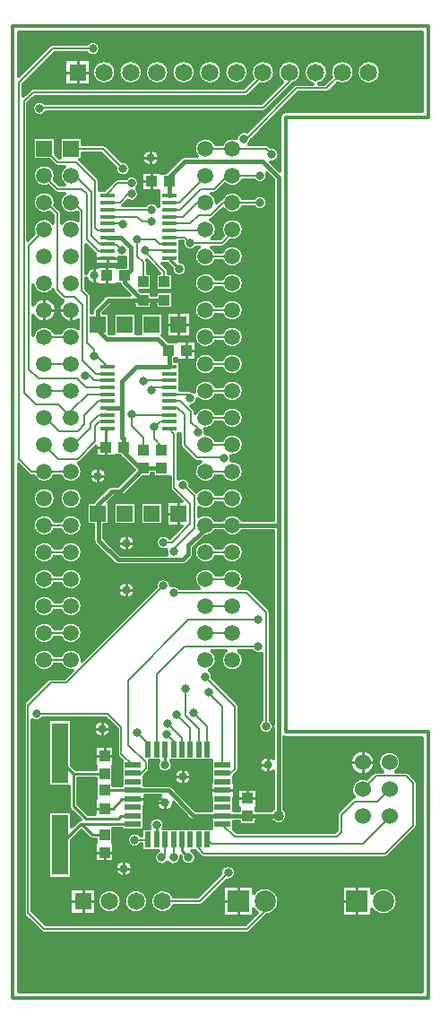
<source format=gtl>
G04 DesignSpark PCB Gerber Version 11.0 Build 5877*
%FSLAX35Y35*%
%MOIN*%
%ADD137R,0.02362X0.05906*%
%ADD90R,0.03937X0.03937*%
%ADD132R,0.05900X0.05900*%
%ADD91R,0.06000X0.06000*%
%ADD116R,0.06496X0.06496*%
%ADD96R,0.07972X0.07972*%
%ADD85C,0.00800*%
%ADD81C,0.01000*%
%ADD10C,0.01200*%
%ADD82C,0.01500*%
%ADD84C,0.03200*%
%ADD83C,0.04000*%
%ADD134R,0.05709X0.01772*%
%ADD136R,0.05906X0.02362*%
%ADD88R,0.03937X0.03937*%
%ADD133C,0.05900*%
%ADD87C,0.06000*%
%ADD117C,0.06496*%
%ADD95C,0.07972*%
%ADD135R,0.06299X0.22441*%
X0Y0D02*
D02*
D10*
X87779Y25765D02*
Y387128D01*
X242514D01*
Y353055D01*
X189685D01*
Y124858D01*
X242514D01*
Y25765D01*
X87779D01*
X90179Y223977D02*
Y28165D01*
X240114D01*
Y122458D01*
X189685D01*
G75*
G02*
X188821Y122619I0J2400D01*
G01*
Y96136D01*
G75*
G02*
X190071Y93598I-1950J-2537D01*
G01*
G75*
G02*
X184334Y91648I-3200J0D01*
G01*
X178474D01*
Y90150D01*
X172136D01*
Y91589D01*
X170246D01*
Y88268D01*
X171131Y87383D01*
X208091D01*
X208719Y88012D01*
Y93914D01*
G75*
G02*
X209189Y95047I1600J0D01*
G01*
X214185Y100043D01*
G75*
G02*
X215007Y100482I1133J-1130D01*
G01*
G75*
G02*
X219744Y107165I3127J2804D01*
G01*
X222000Y109420D01*
G75*
G02*
X223133Y109891I1133J-1130D01*
G01*
X225662D01*
G75*
G02*
X223934Y113286I2472J3395D01*
G01*
G75*
G02*
X232334I4200J0D01*
G01*
G75*
G02*
X230607Y109891I-4200J0D01*
G01*
X234386D01*
G75*
G02*
X235519Y109420I0J-1600D01*
G01*
X238017Y106922D01*
G75*
G02*
X238487Y105790I-1130J-1133D01*
G01*
Y89847D01*
G75*
G02*
X238017Y88715I-1600J0D01*
G01*
X227704Y78402D01*
G75*
G02*
X226571Y77931I-1133J1130D01*
G01*
X159050D01*
G75*
G02*
X157917Y78402I0J1600D01*
G01*
X156104Y80215D01*
G75*
G02*
X155859Y80528I1130J1133D01*
G01*
X154558D01*
G75*
G02*
X156223Y77969I-1135J-2560D01*
G01*
G75*
G02*
X150623I-2800J0D01*
G01*
G75*
G02*
X150648Y78340I2801J-1D01*
G01*
X150558Y78429D01*
G75*
G02*
X145608Y76222I-2762J-461D01*
G01*
G75*
G02*
X140620Y77969I-2188J1747D01*
G01*
G75*
G02*
X142285Y80528I2800J0D01*
G01*
X135955D01*
Y82933D01*
X135715D01*
G75*
G02*
X130617Y84533I-2298J1600D01*
G01*
G75*
G02*
X135715Y86133I2800J0D01*
G01*
X135955D01*
Y88009D01*
X128474D01*
Y88690D01*
X125333D01*
Y83446D01*
X125730D01*
Y76308D01*
X118596D01*
Y83446D01*
X118994D01*
Y84870D01*
X117545D01*
G75*
G02*
X116341Y85369I-2J1700D01*
G01*
X113550Y88159D01*
X109947Y84556D01*
Y70190D01*
X101246D01*
Y95028D01*
X109947D01*
Y89364D01*
X112175Y91592D01*
G75*
G02*
X113208Y92081I1202J-1202D01*
G01*
X109395Y95894D01*
G75*
G02*
X108897Y97096I1202J1202D01*
G01*
Y104442D01*
X101246D01*
Y129280D01*
X109947D01*
Y112121D01*
X111302Y110767D01*
X118994D01*
Y112190D01*
X118596D01*
Y119328D01*
X125730D01*
Y112190D01*
X125333D01*
Y104688D01*
X128474D01*
Y114179D01*
X127285Y115368D01*
G75*
G02*
X126815Y116501I1130J1133D01*
G01*
Y125759D01*
X122751Y129823D01*
X99141D01*
G75*
G02*
X95317Y129075I-2298J1600D01*
G01*
Y58000D01*
X100319Y52998D01*
X174643D01*
X179023Y57378D01*
G75*
G02*
X177612Y58752I2847J4335D01*
G01*
Y56127D01*
X166441D01*
Y67300D01*
X177612D01*
Y64675D01*
G75*
G02*
X187056Y61713I4257J-2961D01*
G01*
G75*
G02*
X182778Y56607I-5186J0D01*
G01*
X176438Y50268D01*
G75*
G02*
X175305Y49798I-1133J1130D01*
G01*
X99656D01*
G75*
G02*
X98524Y50268I0J1600D01*
G01*
X92587Y56204D01*
G75*
G02*
X92117Y57337I1130J1133D01*
G01*
Y134549D01*
G75*
G02*
X92587Y135681I1600J0D01*
G01*
X101024Y144119D01*
G75*
G02*
X102157Y144589I1133J-1130D01*
G01*
X107434D01*
X110187Y147342D01*
G75*
G02*
X105889Y149865I-468J4124D01*
G01*
X103548D01*
G75*
G02*
X95569Y151465I-3829J1600D01*
G01*
G75*
G02*
X103548Y153065I4150J0D01*
G01*
X105889D01*
G75*
G02*
X113842Y150997I3829J-1601D01*
G01*
X141289Y178444D01*
G75*
G02*
X141245Y178938I2756J493D01*
G01*
G75*
G02*
X146842Y179069I2800J0D01*
G01*
G75*
G02*
X150094Y178037I954J-2632D01*
G01*
X157380D01*
G75*
G02*
X155569Y181465I2339J3428D01*
G01*
G75*
G02*
X163548Y183065I4150J0D01*
G01*
X165889D01*
G75*
G02*
X173869Y181465I3829J-1600D01*
G01*
G75*
G02*
X172057Y178037I-4150J0D01*
G01*
X174993D01*
G75*
G02*
X176125Y177567I0J-1600D01*
G01*
X183312Y170380D01*
G75*
G02*
X183782Y169247I-1130J-1133D01*
G01*
Y129031D01*
G75*
G02*
X184921Y127315I-1600J-2298D01*
G01*
Y199495D01*
X173371D01*
G75*
G02*
X166055Y199515I-3652J1970D01*
G01*
X163382D01*
G75*
G02*
X159557Y197319I-3663J1950D01*
G01*
X155373Y193135D01*
Y190817D01*
G75*
G02*
X154802Y189438I-1950J0D01*
G01*
X152614Y187250D01*
G75*
G02*
X151235Y186678I-1379J1379D01*
G01*
X127165D01*
G75*
G02*
X125786Y187250I0J1950D01*
G01*
X118596Y194439D01*
G75*
G02*
X118025Y195818I1379J1379D01*
G01*
Y201623D01*
X115518D01*
Y210020D01*
X118055D01*
G75*
G02*
X118340Y210382I1665J-1018D01*
G01*
X123598Y215640D01*
G75*
G02*
X124977Y216211I1378J-1379D01*
G01*
X127261D01*
X133143Y222093D01*
X127974Y227262D01*
G75*
G02*
X127894Y227347I1377J1381D01*
G01*
X126195D01*
Y226950D01*
X119057D01*
Y230774D01*
X113293Y225010D01*
G75*
G02*
X112472Y224571I-1133J1130D01*
G01*
G75*
G02*
X113869Y221465I-2753J-3106D01*
G01*
G75*
G02*
X105889Y219865I-4150J0D01*
G01*
X103548D01*
G75*
G02*
X95895Y219851I-3829J1600D01*
G01*
X94967D01*
G75*
G02*
X93835Y220321I0J1600D01*
G01*
X90179Y223977D01*
X213534Y113286D02*
G75*
G02*
X222734I4600J0D01*
G01*
G75*
G02*
X213534I-4600J0D01*
G01*
X165315Y72342D02*
G75*
G02*
X170915I2800J0D01*
G01*
G75*
G02*
X167622Y69585I-2800J0D01*
G01*
X158619Y60583D01*
G75*
G02*
X157486Y60113I-1133J1130D01*
G01*
X147873D01*
G75*
G02*
X139274Y61713I-4150J1600D01*
G01*
G75*
G02*
X147873Y63313I4448J0D01*
G01*
X156824D01*
X165359Y71848D01*
G75*
G02*
X165315Y72342I2756J493D01*
G01*
X221691Y64678D02*
G75*
G02*
X231132Y61713I4255J-2965D01*
G01*
G75*
G02*
X221691Y58748I-5186J0D01*
G01*
Y56127D01*
X210518D01*
Y67300D01*
X221691D01*
Y64678D01*
X126153Y73905D02*
G75*
G02*
X132553I3200J0D01*
G01*
G75*
G02*
X126153I-3200J0D01*
G01*
X133880Y66161D02*
G75*
G02*
X138328Y61713I0J-4448D01*
G01*
G75*
G02*
X133880Y57265I-4448J0D01*
G01*
G75*
G02*
X129432Y61713I0J4448D01*
G01*
G75*
G02*
X133880Y66161I4448J0D01*
G01*
X124037D02*
G75*
G02*
X128485Y61713I0J-4448D01*
G01*
G75*
G02*
X124037Y57265I-4448J0D01*
G01*
G75*
G02*
X119589Y61713I0J4448D01*
G01*
G75*
G02*
X124037Y66161I4448J0D01*
G01*
X109348Y66560D02*
X119041D01*
Y56863D01*
X109348D01*
Y66560D01*
X118026Y125796D02*
G75*
G02*
X124426I3200J0D01*
G01*
G75*
G02*
X118026I-3200J0D01*
G01*
X165889Y193065D02*
G75*
G02*
X173869Y191465I3829J-1600D01*
G01*
G75*
G02*
X165889Y189865I-4150J0D01*
G01*
X163548D01*
G75*
G02*
X155569Y191465I-3829J1600D01*
G01*
G75*
G02*
X163548Y193065I4150J0D01*
G01*
X165889D01*
X127091Y177375D02*
G75*
G02*
X133491I3200J0D01*
G01*
G75*
G02*
X127091I-3200J0D01*
G01*
X116463Y219888D02*
G75*
G02*
X122863I3200J0D01*
G01*
G75*
G02*
X116463I-3200J0D01*
G01*
X105569Y211465D02*
G75*
G02*
X113869I4150J0D01*
G01*
G75*
G02*
X105569I-4150J0D01*
G01*
X105889Y163065D02*
G75*
G02*
X113869Y161465I3829J-1600D01*
G01*
G75*
G02*
X105889Y159865I-4150J0D01*
G01*
X103548D01*
G75*
G02*
X95569Y161465I-3829J1600D01*
G01*
G75*
G02*
X103548Y163065I4150J0D01*
G01*
X105889D01*
Y173065D02*
G75*
G02*
X113869Y171465I3829J-1600D01*
G01*
G75*
G02*
X105889Y169865I-4150J0D01*
G01*
X103548D01*
G75*
G02*
X95569Y171465I-3829J1600D01*
G01*
G75*
G02*
X103548Y173065I4150J0D01*
G01*
X105889D01*
Y183065D02*
G75*
G02*
X113869Y181465I3829J-1600D01*
G01*
G75*
G02*
X105889Y179865I-4150J0D01*
G01*
X103548D01*
G75*
G02*
X95569Y181465I-3829J1600D01*
G01*
G75*
G02*
X103548Y183065I4150J0D01*
G01*
X105889D01*
Y193065D02*
G75*
G02*
X113869Y191465I3829J-1600D01*
G01*
G75*
G02*
X105889Y189865I-4150J0D01*
G01*
X103548D01*
G75*
G02*
X95569Y191465I-3829J1600D01*
G01*
G75*
G02*
X103548Y193065I4150J0D01*
G01*
X105889D01*
Y203065D02*
G75*
G02*
X113869Y201465I3829J-1600D01*
G01*
G75*
G02*
X105889Y199865I-4150J0D01*
G01*
X103548D01*
G75*
G02*
X95569Y201465I-3829J1600D01*
G01*
G75*
G02*
X103548Y203065I4150J0D01*
G01*
X105889D01*
X95569Y211465D02*
G75*
G02*
X103869I4150J0D01*
G01*
G75*
G02*
X95569I-4150J0D01*
G01*
X90779Y61713D02*
G36*
X90779Y61713D02*
Y28765D01*
X239514D01*
Y61713D01*
X231132D01*
G75*
G02*
X221691Y58748I-5186J1D01*
G01*
Y56127D01*
X210518D01*
Y61713D01*
X187056D01*
G75*
G02*
X182778Y56607I-5187J1D01*
G01*
X176438Y50268D01*
G75*
G02*
X175305Y49798I-1132J1129D01*
G01*
X99656D01*
G75*
G02*
X98524Y50268I0J1599D01*
G01*
X92587Y56204D01*
G75*
G02*
X92117Y57337I1129J1132D01*
G01*
Y57337D01*
Y61713D01*
X90779D01*
G37*
X95317D02*
G36*
X95317Y61713D02*
Y58000D01*
X100319Y52998D01*
X174643D01*
X179023Y57378D01*
G75*
G02*
X177612Y58752I2844J4331D01*
G01*
Y56127D01*
X166441D01*
Y61713D01*
X159749D01*
X158619Y60583D01*
G75*
G02*
X157486Y60113I-1132J1129D01*
G01*
X147873D01*
G75*
G02*
X139274Y61712I-4150J1600D01*
G01*
Y61713D01*
X138328D01*
G75*
G02*
X133880Y57265I-4448J0D01*
G01*
G75*
G02*
X129432Y61713I0J4448D01*
G01*
X128485D01*
G75*
G02*
X124037Y57265I-4448J0D01*
G01*
G75*
G02*
X119589Y61713I0J4448D01*
G01*
X119041D01*
Y56863D01*
X109348D01*
Y61713D01*
X95317D01*
G37*
X90779Y66203D02*
G36*
X90779Y66203D02*
Y61713D01*
X92117D01*
Y66203D01*
X90779D01*
G37*
X95317D02*
G36*
X95317Y66203D02*
Y61713D01*
X109348D01*
Y66203D01*
X95317D01*
G37*
X119041D02*
G36*
X119041Y66203D02*
Y61713D01*
X119589D01*
G75*
G02*
X124037Y66161I4448J0D01*
G01*
G75*
G02*
X128485Y61713I0J-4448D01*
G01*
X129432D01*
G75*
G02*
X133880Y66161I4448J0D01*
G01*
G75*
G02*
X138328Y61713I0J-4448D01*
G01*
X139274D01*
Y61713D01*
G75*
G02*
X147873Y63313I4448J0D01*
G01*
X156824D01*
X159714Y66203D01*
X119041D01*
G37*
X164240D02*
G36*
X164240Y66203D02*
X159749Y61713D01*
X166441D01*
Y66203D01*
X164240D01*
G37*
X177612D02*
G36*
X177612Y66203D02*
Y64675D01*
G75*
G02*
X179274Y66203I4257J-2962D01*
G01*
X177612D01*
G37*
X187056Y61713D02*
G36*
X187056Y61713D02*
X210518Y61713D01*
Y66203D01*
X184465D01*
G75*
G02*
X187056Y61713I-2596J-4490D01*
G01*
G37*
X221691Y66203D02*
G36*
X221691Y66203D02*
Y64678D01*
G75*
G02*
X223350Y66203I4255J-2965D01*
G01*
X221691D01*
G37*
X231132Y61713D02*
G36*
X231132Y61713D02*
X239514Y61713D01*
Y66203D01*
X228542D01*
G75*
G02*
X231132Y61713I-2596J-4490D01*
G01*
G37*
X90779Y73905D02*
G36*
X90779Y73905D02*
Y66203D01*
X92117D01*
Y73905D01*
X90779D01*
G37*
X95317D02*
G36*
X95317Y73905D02*
Y66203D01*
X109348D01*
Y66560D01*
X119041D01*
Y66203D01*
X159714D01*
X165359Y71848D01*
G75*
G02*
X165315Y72342I2782J495D01*
G01*
G75*
G02*
X165792Y73905I2800J0D01*
G01*
X132553D01*
G75*
G02*
X126153I-3200J0D01*
G01*
X109947D01*
Y70190D01*
X101246D01*
Y73905D01*
X95317D01*
G37*
X164240Y66203D02*
G36*
X164240Y66203D02*
X166441D01*
Y67300D01*
X177612D01*
Y66203D01*
X179274D01*
G75*
G02*
X184465I2596J-4490D01*
G01*
X210518D01*
Y67300D01*
X221691D01*
Y66203D01*
X223350D01*
G75*
G02*
X228542I2596J-4490D01*
G01*
X239514D01*
Y73905D01*
X170439D01*
G75*
G02*
X170915Y72342I-2323J-1563D01*
G01*
Y72341D01*
G75*
G02*
X167622Y69585I-2800J0D01*
G01*
X164240Y66203D01*
G37*
X90779Y113286D02*
G36*
X90779Y113286D02*
Y73905D01*
X92117D01*
Y113286D01*
X90779D01*
G37*
X95317D02*
G36*
X95317Y113286D02*
Y73905D01*
X101246D01*
Y95028D01*
X109947D01*
Y89364D01*
X112175Y91592D01*
G75*
G02*
X113208Y92081I1202J-1202D01*
G01*
X109395Y95894D01*
G75*
G02*
X108897Y97096I1203J1203D01*
G01*
Y104442D01*
X101246D01*
Y113286D01*
X95317D01*
G37*
X109947Y84556D02*
G36*
X109947Y84556D02*
Y73905D01*
X126153D01*
G75*
G02*
X132553I3200J0D01*
G01*
X165792D01*
G75*
G02*
X170439I2323J-1563D01*
G01*
X239514D01*
Y113286D01*
X232334D01*
G75*
G02*
X230607Y109891I-4200J0D01*
G01*
X234386D01*
G75*
G02*
X235519Y109420I0J-1599D01*
G01*
X238017Y106922D01*
G75*
G02*
X238487Y105790I-1129J-1132D01*
G01*
Y105790D01*
Y89847D01*
Y89847D01*
G75*
G02*
X238017Y88715I-1599J0D01*
G01*
X227704Y78402D01*
G75*
G02*
X226571Y77931I-1132J1129D01*
G01*
X159050D01*
G75*
G02*
X157917Y78402I0J1599D01*
G01*
X156104Y80215D01*
G75*
G02*
X155859Y80528I1117J1123D01*
G01*
X154558D01*
G75*
G02*
X156223Y77969I-1136J-2561D01*
G01*
G75*
G02*
X150623I-2800J0D01*
G01*
G75*
G02*
X150648Y78340I2827J-2D01*
G01*
X150558Y78429D01*
G75*
G02*
X150596Y77969I-2762J-461D01*
G01*
G75*
G02*
X145608Y76222I-2800J0D01*
G01*
G75*
G02*
X140620Y77969I-2188J1747D01*
G01*
G75*
G02*
X142285Y80528I2801J-1D01*
G01*
X135955D01*
Y82933D01*
X135715D01*
G75*
G02*
X130617Y84533I-2298J1600D01*
G01*
G75*
G02*
X135715Y86133I2800J0D01*
G01*
X135955D01*
Y88009D01*
X128474D01*
Y88690D01*
X125333D01*
Y83446D01*
X125730D01*
Y76308D01*
X118596D01*
Y83446D01*
X118994D01*
Y84870D01*
X117545D01*
G75*
G02*
X116341Y85369I-2J1700D01*
G01*
X113550Y88159D01*
X109947Y84556D01*
G37*
Y113286D02*
G36*
X109947Y113286D02*
Y112121D01*
X111302Y110767D01*
X118994D01*
Y112190D01*
X118596D01*
Y113286D01*
X109947D01*
G37*
X125333Y112190D02*
G36*
X125333Y112190D02*
Y104688D01*
X128474D01*
Y113286D01*
X125730D01*
Y112190D01*
X125333D01*
G37*
X170246Y91589D02*
G36*
X170246Y91589D02*
Y88268D01*
X171131Y87383D01*
X208091D01*
X208719Y88012D01*
Y93914D01*
Y93915D01*
G75*
G02*
X209189Y95047I1599J0D01*
G01*
X214185Y100043D01*
G75*
G02*
X215007Y100482I1133J-1130D01*
G01*
G75*
G02*
X213934Y103286I3127J2804D01*
G01*
G75*
G02*
X219744Y107165I4200J0D01*
G01*
X222000Y109420D01*
G75*
G02*
X223133Y109891I1132J-1129D01*
G01*
X225662D01*
G75*
G02*
X223934Y113286I2473J3395D01*
G01*
X222734D01*
G75*
G02*
X213534I-4600J0D01*
G01*
X188821D01*
Y96136D01*
G75*
G02*
X190071Y93598I-1952J-2538D01*
G01*
G75*
G02*
X184334Y91648I-3200J0D01*
G01*
X178474D01*
Y90150D01*
X172136D01*
Y91589D01*
X170246D01*
G37*
X90779Y125796D02*
G36*
X90779Y125796D02*
Y113286D01*
X92117D01*
Y125796D01*
X90779D01*
G37*
X95317D02*
G36*
X95317Y125796D02*
Y113286D01*
X101246D01*
Y125796D01*
X95317D01*
G37*
X109947D02*
G36*
X109947Y125796D02*
Y113286D01*
X118596D01*
Y119328D01*
X125730D01*
Y113286D01*
X128474D01*
Y114179D01*
X127285Y115368D01*
G75*
G02*
X126815Y116500I1129J1132D01*
G01*
Y116501D01*
Y125759D01*
X126778Y125796D01*
X124426D01*
G75*
G02*
X118026I-3200J0D01*
G01*
X109947D01*
G37*
X188821Y122619D02*
G36*
X188821Y122619D02*
Y113286D01*
X213534D01*
G75*
G02*
X222734I4600J0D01*
G01*
X223934D01*
G75*
G02*
X232334I4200J0D01*
G01*
X239514D01*
Y122458D01*
X189685D01*
G75*
G02*
X188821Y122619I1J2405D01*
G01*
G37*
X90779Y161465D02*
G36*
X90779Y161465D02*
Y125796D01*
X92117D01*
Y134549D01*
Y134549D01*
G75*
G02*
X92587Y135681I1599J0D01*
G01*
X101024Y144119D01*
G75*
G02*
X102157Y144589I1132J-1129D01*
G01*
X107434D01*
X110187Y147342D01*
G75*
G02*
X105889Y149865I-469J4123D01*
G01*
X103548D01*
G75*
G02*
X95569Y151465I-3829J1600D01*
G01*
G75*
G02*
X103548Y153065I4150J0D01*
G01*
X105889D01*
G75*
G02*
X113869Y151465I3829J-1601D01*
G01*
G75*
G02*
X113842Y150997I-4150J0D01*
G01*
X124310Y161465D01*
X113869D01*
G75*
G02*
X105889Y159865I-4150J0D01*
G01*
X103548D01*
G75*
G02*
X95569Y161465I-3829J1600D01*
G01*
X90779D01*
G37*
X95317Y129075D02*
G36*
X95317Y129075D02*
Y125796D01*
X101246D01*
Y129280D01*
X109947D01*
Y125796D01*
X118026D01*
G75*
G02*
X124426I3200J0D01*
G01*
X126778D01*
X122751Y129823D01*
X99141D01*
G75*
G02*
X95317Y129075I-2298J1600D01*
G01*
G37*
X183782Y161465D02*
G36*
X183782Y161465D02*
Y129031D01*
G75*
G02*
X184921Y127315I-1600J-2298D01*
G01*
Y161465D01*
X183782D01*
G37*
X90779Y171465D02*
G36*
X90779Y171465D02*
Y161465D01*
X95569D01*
G75*
G02*
X103548Y163065I4150J0D01*
G01*
X105889D01*
G75*
G02*
X113869Y161465I3829J-1600D01*
G01*
X124310D01*
X134310Y171465D01*
X113869D01*
G75*
G02*
X105889Y169865I-4150J0D01*
G01*
X103548D01*
G75*
G02*
X95569Y171465I-3829J1600D01*
G01*
X90779D01*
G37*
X182227D02*
G36*
X182227Y171465D02*
X183312Y170380D01*
G75*
G02*
X183782Y169248I-1129J-1132D01*
G01*
Y169247D01*
Y161465D01*
X184921D01*
Y171465D01*
X182227D01*
G37*
X90779Y177375D02*
G36*
X90779Y177375D02*
Y171465D01*
X95569D01*
G75*
G02*
X103548Y173065I4150J0D01*
G01*
X105889D01*
G75*
G02*
X113869Y171465I3829J-1600D01*
G01*
X134310D01*
X140219Y177375D01*
X133491D01*
G75*
G02*
X127091I-3200J0D01*
G01*
X110418D01*
G75*
G02*
X109019I-699J4091D01*
G01*
X100418D01*
G75*
G02*
X99019I-699J4091D01*
G01*
X90779D01*
G37*
X176317D02*
G36*
X176317Y177375D02*
X182227Y171465D01*
X184921D01*
Y177375D01*
X176317D01*
G37*
X90779Y181465D02*
G36*
X90779Y181465D02*
Y177375D01*
X99019D01*
G75*
G02*
X95569Y181465I699J4091D01*
G01*
X90779D01*
G37*
X103548Y179865D02*
G36*
X103548Y179865D02*
G75*
G02*
X100418Y177375I-3829J1600D01*
G01*
X109019D01*
G75*
G02*
X105889Y179865I699J4091D01*
G01*
X103548D01*
G37*
X113869Y181465D02*
G36*
X113869Y181465D02*
G75*
G02*
X110418Y177375I-4150J0D01*
G01*
X127091D01*
G75*
G02*
X133491I3200J0D01*
G01*
X140219D01*
X141289Y178444D01*
G75*
G02*
X141245Y178938I2782J495D01*
G01*
G75*
G02*
X142841Y181465I2800J0D01*
G01*
X113869D01*
G37*
X145250D02*
G36*
X145250Y181465D02*
G75*
G02*
X146842Y179069I-1205J-2528D01*
G01*
G75*
G02*
X150094Y178037I954J-2633D01*
G01*
X157380D01*
G75*
G02*
X155569Y181465I2339J3429D01*
G01*
X145250D01*
G37*
X173869D02*
G36*
X173869Y181465D02*
G75*
G02*
X172057Y178037I-4151J0D01*
G01*
X174993D01*
G75*
G02*
X176125Y177567I0J-1599D01*
G01*
X176317Y177375D01*
X184921D01*
Y181465D01*
X173869D01*
G37*
X90779Y191465D02*
G36*
X90779Y191465D02*
Y181465D01*
X95569D01*
G75*
G02*
X103548Y183065I4150J0D01*
G01*
X105889D01*
G75*
G02*
X113869Y181465I3829J-1600D01*
G01*
X142841D01*
G75*
G02*
X145250I1205J-2528D01*
G01*
X155569D01*
G75*
G02*
X163548Y183065I4150J0D01*
G01*
X165889D01*
G75*
G02*
X173869Y181465I3829J-1600D01*
G01*
X184921D01*
Y191465D01*
X173869D01*
G75*
G02*
X165889Y189865I-4150J0D01*
G01*
X163548D01*
G75*
G02*
X155569Y191465I-3829J1600D01*
G01*
X155373D01*
Y190817D01*
G75*
G02*
X154802Y189438I-1950J0D01*
G01*
X152614Y187250D01*
G75*
G02*
X151235Y186678I-1379J1378D01*
G01*
X127165D01*
G75*
G02*
X125786Y187250I0J1950D01*
G01*
X121570Y191465D01*
X113869D01*
G75*
G02*
X105889Y189865I-4150J0D01*
G01*
X103548D01*
G75*
G02*
X95569Y191465I-3829J1600D01*
G01*
X90779D01*
G37*
Y201465D02*
G36*
X90779Y201465D02*
Y191465D01*
X95569D01*
G75*
G02*
X103548Y193065I4150J0D01*
G01*
X105889D01*
G75*
G02*
X113869Y191465I3829J-1600D01*
G01*
X121570D01*
X118596Y194439D01*
G75*
G02*
X118025Y195818I1378J1379D01*
G01*
Y201465D01*
X113869D01*
G75*
G02*
X105889Y199865I-4150J0D01*
G01*
X103548D01*
G75*
G02*
X95569Y201465I-3829J1600D01*
G01*
X90779D01*
G37*
X155373Y193135D02*
G36*
X155373Y193135D02*
Y191465D01*
X155569D01*
G75*
G02*
X163548Y193065I4150J0D01*
G01*
X165889D01*
G75*
G02*
X173869Y191465I3829J-1600D01*
G01*
X184921D01*
Y199495D01*
X173371D01*
G75*
G02*
X166055Y199515I-3652J1970D01*
G01*
X163382D01*
G75*
G02*
X159557Y197319I-3663J1949D01*
G01*
X155373Y193135D01*
G37*
X90779Y211465D02*
G36*
X90779Y211465D02*
Y201465D01*
X95569D01*
G75*
G02*
X103548Y203065I4150J0D01*
G01*
X105889D01*
G75*
G02*
X113869Y201465I3829J-1600D01*
G01*
X118025D01*
Y201623D01*
X115518D01*
Y210020D01*
X118055D01*
G75*
G02*
X118340Y210382I1670J-1023D01*
G01*
X119423Y211465D01*
X113869D01*
G75*
G02*
X105569I-4150J0D01*
G01*
X103869D01*
G75*
G02*
X95569I-4150J0D01*
G01*
X90779D01*
G37*
Y219888D02*
G36*
X90779Y219888D02*
Y211465D01*
X95569D01*
G75*
G02*
X103869I4150J0D01*
G01*
X105569D01*
G75*
G02*
X113869I4150J0D01*
G01*
X119423D01*
X123598Y215640D01*
G75*
G02*
X124977Y216211I1379J-1381D01*
G01*
X127261D01*
X130939Y219888D01*
X122863D01*
G75*
G02*
X116463I-3200J0D01*
G01*
X113557D01*
G75*
G02*
X105889Y219865I-3839J1577D01*
G01*
X103548D01*
G75*
G02*
X95895Y219851I-3829J1600D01*
G01*
X94967D01*
G75*
G02*
X94625Y219888I0J1598D01*
G01*
X90779D01*
G37*
Y223377D02*
G36*
X90779Y223377D02*
Y219888D01*
X94625D01*
G75*
G02*
X93835Y220321I342J1562D01*
G01*
X90779Y223377D01*
G37*
X113293Y225010D02*
G36*
X113293Y225010D02*
G75*
G02*
X112472Y224571I-1133J1131D01*
G01*
G75*
G02*
X113869Y221465I-2754J-3106D01*
G01*
G75*
G02*
X113557Y219888I-4150J0D01*
G01*
X116463D01*
G75*
G02*
X122863I3200J0D01*
G01*
X130939D01*
X133143Y222093D01*
X127974Y227262D01*
G75*
G02*
X127894Y227347I1076J1097D01*
G01*
X126195D01*
Y226950D01*
X119057D01*
Y230174D01*
X118457D01*
X113293Y225010D01*
G37*
X90179Y384728D02*
Y368348D01*
X101650Y379818D01*
G75*
G02*
X102782Y380288I1133J-1130D01*
G01*
X115489D01*
G75*
G02*
X120587Y378688I2298J-1600D01*
G01*
G75*
G02*
X115489Y377088I-2800J0D01*
G01*
X103445D01*
X91878Y365522D01*
Y360981D01*
X94460Y363563D01*
G75*
G02*
X95593Y364033I1133J-1130D01*
G01*
X174017D01*
X177381Y367398D01*
G75*
G02*
X181058Y374350I3676J2504D01*
G01*
G75*
G02*
Y365454I0J-4448D01*
G01*
G75*
G02*
X180074Y365564I0J4447D01*
G01*
X175813Y361303D01*
G75*
G02*
X174680Y360833I-1133J1130D01*
G01*
X96255D01*
X93754Y358332D01*
Y307527D01*
X95951Y309725D01*
G75*
G02*
X103058Y313929I3767J1741D01*
G01*
Y316756D01*
X101887Y317927D01*
G75*
G02*
X95569Y321465I-2169J3538D01*
G01*
G75*
G02*
X103869I4150J0D01*
G01*
G75*
G02*
X103770Y320569I-4151J0D01*
G01*
X105788Y318552D01*
G75*
G02*
X106258Y317419I-1130J-1133D01*
G01*
Y313756D01*
G75*
G02*
X112123Y314848I3461J-2291D01*
G01*
Y317694D01*
X111889Y317928D01*
G75*
G02*
X107339Y324865I-2170J3537D01*
G01*
X104658D01*
G75*
G02*
X103525Y325335I0J1600D01*
G01*
X101252Y327609D01*
G75*
G02*
X95569Y331465I-1533J3856D01*
G01*
G75*
G02*
X103869I4150J0D01*
G01*
G75*
G02*
X103540Y329846I-4150J0D01*
G01*
X105320Y328065D01*
X107339D01*
G75*
G02*
Y334865I2380J3400D01*
G01*
X104719D01*
G75*
G02*
X103441Y335503I0J1600D01*
G01*
X101628Y337316D01*
X95569D01*
Y345615D01*
X103868D01*
Y339600D01*
X105403Y338065D01*
X105569D01*
Y345615D01*
X113868D01*
Y343065D01*
X119232D01*
G75*
G02*
X119520Y343089I274J-1578D01*
G01*
X121538D01*
G75*
G02*
X122671Y342619I0J-1600D01*
G01*
X128547Y336743D01*
G75*
G02*
X131841Y333987I493J-2756D01*
G01*
G75*
G02*
X126241I-2800J0D01*
G01*
G75*
G02*
X126284Y334480I2799J1D01*
G01*
X120876Y339889D01*
X119757D01*
G75*
G02*
X119469Y339865I-274J1578D01*
G01*
X113868D01*
Y337316D01*
X112969D01*
X119855Y330430D01*
G75*
G02*
X120325Y329298I-1130J-1133D01*
G01*
Y326020D01*
X122040D01*
G75*
G02*
X122073Y326054I1162J-1102D01*
G01*
X125821Y329802D01*
G75*
G02*
X126954Y330272I1133J-1130D01*
G01*
X129869D01*
G75*
G02*
X134967Y328672I2298J-1600D01*
G01*
G75*
G02*
X134093Y326641I-2800J0D01*
G01*
G75*
G02*
X130759Y322188I-1926J-2032D01*
G01*
X129212Y320642D01*
G75*
G02*
X129070Y320415I-1423J732D01*
G01*
X137371D01*
G75*
G02*
X142179Y320056I2298J-1600D01*
G01*
Y325729D01*
X135939D01*
Y332867D01*
X143077D01*
Y332465D01*
X144773D01*
G75*
G02*
X144856Y332553I1459J-1291D01*
G01*
X150481Y338179D01*
G75*
G02*
X151861Y338750I1379J-1379D01*
G01*
X156580D01*
G75*
G02*
X155569Y341465I3138J2716D01*
G01*
G75*
G02*
X163548Y343065I4150J0D01*
G01*
X165889D01*
G75*
G02*
X171256Y345320I3829J-1600D01*
G01*
G75*
G02*
X175267Y347778I2799J-67D01*
G01*
X192616Y365126D01*
G75*
G02*
X193748Y365596I1133J-1130D01*
G01*
X199626D01*
G75*
G02*
X200743Y374350I1117J4306D01*
G01*
G75*
G02*
X201860Y365596I0J-4448D01*
G01*
X204027D01*
X206522Y368092D01*
G75*
G02*
X210585Y374350I4063J1810D01*
G01*
G75*
G02*
Y365454I0J-4448D01*
G01*
G75*
G02*
X208789Y365833I0J4448D01*
G01*
X205822Y362866D01*
G75*
G02*
X204689Y362396I-1133J1130D01*
G01*
X194411D01*
X176818Y344803D01*
G75*
G02*
X175802Y343065I-2763J450D01*
G01*
X182206D01*
G75*
G02*
X183339Y342595I0J-1600D01*
G01*
X183877Y342057D01*
G75*
G02*
X187170Y339301I493J-2756D01*
G01*
G75*
G02*
X183958Y336531I-2800J0D01*
G01*
X187285Y333205D01*
Y353055D01*
G75*
G02*
X189685Y355455I2400J0D01*
G01*
X240114D01*
Y384728D01*
X90179D01*
X131845Y374350D02*
G75*
G02*
Y365454I0J-4448D01*
G01*
G75*
G02*
X127397Y369902I0J4448D01*
G01*
G75*
G02*
X131845Y374350I4448J0D01*
G01*
X141688D02*
G75*
G02*
Y365454I0J-4448D01*
G01*
G75*
G02*
X137240Y369902I0J4448D01*
G01*
G75*
G02*
X141688Y374350I4448J0D01*
G01*
X151530D02*
G75*
G02*
Y365454I0J-4448D01*
G01*
G75*
G02*
X147082Y369902I0J4448D01*
G01*
G75*
G02*
X151530Y374350I4448J0D01*
G01*
X161373D02*
G75*
G02*
Y365454I0J-4448D01*
G01*
G75*
G02*
X156925Y369902I0J4448D01*
G01*
G75*
G02*
X161373Y374350I4448J0D01*
G01*
X171215D02*
G75*
G02*
Y365454I0J-4448D01*
G01*
G75*
G02*
X166767Y369902I0J4448D01*
G01*
G75*
G02*
X171215Y374350I4448J0D01*
G01*
X190900D02*
G75*
G02*
X192295Y365678I0J-4448D01*
G01*
G75*
G02*
X192030Y365330I-1395J785D01*
G01*
X182377Y355676D01*
G75*
G02*
X181244Y355206I-1133J1130D01*
G01*
X100580D01*
G75*
G02*
X95293Y356494I-2487J1287D01*
G01*
G75*
G02*
X100138Y358406I2800J0D01*
G01*
X180582D01*
X188399Y366224D01*
G75*
G02*
X190900Y374350I2502J3678D01*
G01*
X136156Y338050D02*
G75*
G02*
X142556I3200J0D01*
G01*
G75*
G02*
X136156I-3200J0D01*
G01*
X220428Y374350D02*
G75*
G02*
Y365454I0J-4448D01*
G01*
G75*
G02*
X215980Y369902I0J4448D01*
G01*
G75*
G02*
X220428Y374350I4448J0D01*
G01*
X122003D02*
G75*
G02*
Y365454I0J-4448D01*
G01*
G75*
G02*
X117555Y369902I0J4448D01*
G01*
G75*
G02*
X122003Y374350I4448J0D01*
G01*
X107313Y374749D02*
X117010D01*
Y365052D01*
X107313D01*
Y374749D01*
X93754Y338050D02*
G36*
X93754Y338050D02*
Y308127D01*
X94354D01*
X95951Y309725D01*
G75*
G02*
X95569Y311465I3768J1741D01*
G01*
G75*
G02*
X103058Y313929I4150J0D01*
G01*
Y316756D01*
X101887Y317927D01*
G75*
G02*
X95569Y321465I-2169J3538D01*
G01*
G75*
G02*
X103869I4150J0D01*
G01*
G75*
G02*
Y321463I-3948J-1D01*
G01*
G75*
G02*
X103770Y320569I-4122J0D01*
G01*
X105788Y318552D01*
G75*
G02*
X106258Y317419I-1129J-1132D01*
G01*
Y317419D01*
Y313756D01*
G75*
G02*
X112123Y314848I3461J-2291D01*
G01*
Y317694D01*
X111889Y317928D01*
G75*
G02*
X105569Y321465I-2170J3537D01*
G01*
G75*
G02*
X107339Y324865I4150J0D01*
G01*
X104658D01*
G75*
G02*
X103525Y325335I0J1599D01*
G01*
X101252Y327609D01*
G75*
G02*
X95569Y331465I-1533J3856D01*
G01*
G75*
G02*
X103869I4150J0D01*
G01*
G75*
G02*
X103540Y329846I-4153J0D01*
G01*
X105320Y328065D01*
X107339D01*
G75*
G02*
X105569Y331465I2380J3400D01*
G01*
G75*
G02*
X107339Y334865I4150J0D01*
G01*
X104719D01*
G75*
G02*
X103441Y335503I0J1599D01*
G01*
X101628Y337316D01*
X95569D01*
Y338050D01*
X93754D01*
G37*
X113868Y337316D02*
G36*
X113868Y337316D02*
X112969D01*
X119855Y330430D01*
G75*
G02*
X120325Y329298I-1129J-1132D01*
G01*
Y329298D01*
Y326020D01*
X122040D01*
G75*
G02*
X122073Y326054I719J-670D01*
G01*
X125821Y329802D01*
G75*
G02*
X126954Y330272I1132J-1129D01*
G01*
X129869D01*
G75*
G02*
X134967Y328672I2298J-1600D01*
G01*
Y328672D01*
G75*
G02*
X134093Y326641I-2799J0D01*
G01*
G75*
G02*
X134967Y324609I-1926J-2032D01*
G01*
G75*
G02*
X130759Y322188I-2800J0D01*
G01*
X129212Y320642D01*
G75*
G02*
X129070Y320415I-1395J715D01*
G01*
X137371D01*
G75*
G02*
X142179Y320056I2298J-1600D01*
G01*
Y325729D01*
X135939D01*
Y332867D01*
X143077D01*
Y332465D01*
X144773D01*
G75*
G02*
X144856Y332553I1393J-1230D01*
G01*
X150353Y338050D01*
X142556D01*
G75*
G02*
X136156I-3200J0D01*
G01*
X127240D01*
X128547Y336743D01*
G75*
G02*
X131841Y333987I493J-2756D01*
G01*
Y333987D01*
G75*
G02*
X126241I-2800J0D01*
G01*
G75*
G02*
X126284Y334480I2826J-2D01*
G01*
X122714Y338050D01*
X113868D01*
Y337316D01*
G37*
X186876Y338050D02*
G36*
X186876Y338050D02*
G75*
G02*
X183958Y336531I-2506J1250D01*
G01*
X187285Y333205D01*
Y338050D01*
X186876D01*
G37*
X90779Y369902D02*
G36*
X90779Y369902D02*
Y368948D01*
X91733Y369902D01*
X90779D01*
G37*
X91878Y365522D02*
G36*
X91878Y365522D02*
Y360981D01*
X94460Y363563D01*
G75*
G02*
X95593Y364033I1132J-1129D01*
G01*
X174017D01*
X177381Y367398D01*
G75*
G02*
X176609Y369902I3676J2504D01*
G01*
X175663D01*
G75*
G02*
X171215Y365454I-4448J0D01*
G01*
G75*
G02*
X166767Y369902I0J4448D01*
G01*
X165821D01*
G75*
G02*
X161373Y365454I-4448J0D01*
G01*
G75*
G02*
X156925Y369902I0J4448D01*
G01*
X155978D01*
G75*
G02*
X151530Y365454I-4448J0D01*
G01*
G75*
G02*
X147082Y369902I0J4448D01*
G01*
X146136D01*
G75*
G02*
X141688Y365454I-4448J0D01*
G01*
G75*
G02*
X137240Y369902I0J4448D01*
G01*
X136293D01*
G75*
G02*
X131845Y365454I-4448J0D01*
G01*
G75*
G02*
X127397Y369902I0J4448D01*
G01*
X126451D01*
G75*
G02*
X122003Y365454I-4448J0D01*
G01*
G75*
G02*
X117555Y369902I0J4448D01*
G01*
X117010D01*
Y365052D01*
X107313D01*
Y369902D01*
X96258D01*
X91878Y365522D01*
G37*
X93754Y358332D02*
G36*
X93754Y358332D02*
Y338050D01*
X95569D01*
Y345615D01*
X103868D01*
Y339600D01*
X105403Y338065D01*
X105569D01*
Y345615D01*
X113868D01*
Y343065D01*
X119232D01*
G75*
G02*
X119520Y343089I270J-1531D01*
G01*
X121538D01*
G75*
G02*
X122671Y342619I0J-1599D01*
G01*
X127240Y338050D01*
X136156D01*
G75*
G02*
X142556I3200J0D01*
G01*
X150353D01*
X150481Y338179D01*
G75*
G02*
X151861Y338750I1379J-1378D01*
G01*
X156580D01*
G75*
G02*
X155569Y341465I3136J2715D01*
G01*
G75*
G02*
X163548Y343065I4150J1D01*
G01*
X165889D01*
G75*
G02*
X171256Y345320I3829J-1600D01*
G01*
G75*
G02*
X175267Y347778I2800J-67D01*
G01*
X192616Y365126D01*
G75*
G02*
X193748Y365596I1132J-1129D01*
G01*
X199626D01*
G75*
G02*
X196295Y369902I1117J4306D01*
G01*
X195348D01*
G75*
G02*
X192295Y365678I-4448J0D01*
G01*
G75*
G02*
X192030Y365330I-1396J786D01*
G01*
X182377Y355676D01*
G75*
G02*
X181244Y355206I-1132J1129D01*
G01*
X100580D01*
G75*
G02*
X95293Y356494I-2487J1287D01*
G01*
G75*
G02*
X100138Y358406I2800J0D01*
G01*
X180582D01*
X188399Y366224D01*
G75*
G02*
X186452Y369902I2502J3678D01*
G01*
X185506D01*
G75*
G02*
X181058Y365454I-4448J0D01*
G01*
G75*
G02*
X180074Y365564I-2J4434D01*
G01*
X175813Y361303D01*
G75*
G02*
X174680Y360833I-1132J1129D01*
G01*
X96255D01*
X93754Y358332D01*
G37*
X113868Y339865D02*
G36*
X113868Y339865D02*
Y338050D01*
X122714D01*
X120876Y339889D01*
X119757D01*
G75*
G02*
X119469Y339865I-270J1531D01*
G01*
X113868D01*
G37*
X176818Y344803D02*
G36*
X176818Y344803D02*
G75*
G02*
X175802Y343065I-2766J452D01*
G01*
X182206D01*
G75*
G02*
X183339Y342595I0J-1599D01*
G01*
X183877Y342057D01*
G75*
G02*
X187170Y339301I493J-2756D01*
G01*
Y339301D01*
Y339300D01*
G75*
G02*
X186876Y338050I-2800J0D01*
G01*
X187285D01*
Y353055D01*
G75*
G02*
X189685Y355455I2400J0D01*
G01*
X239514D01*
Y369902D01*
X224876D01*
G75*
G02*
X220428Y365454I-4448J0D01*
G01*
G75*
G02*
X215980Y369902I0J4448D01*
G01*
X215033D01*
G75*
G02*
X210585Y365454I-4448J0D01*
G01*
G75*
G02*
X208789Y365833I-1J4442D01*
G01*
X205822Y362866D01*
G75*
G02*
X204689Y362396I-1132J1129D01*
G01*
X194411D01*
X176818Y344803D01*
G37*
X201860Y365596D02*
G36*
X201860Y365596D02*
X204027D01*
X206522Y368092D01*
G75*
G02*
X206137Y369902I4063J1810D01*
G01*
X205191D01*
G75*
G02*
X201860Y365596I-4448J0D01*
G01*
G37*
X90779Y384128D02*
G36*
X90779Y384128D02*
Y369902D01*
X91733D01*
X101650Y379818D01*
G75*
G02*
X102782Y380288I1132J-1129D01*
G01*
X115489D01*
G75*
G02*
X120587Y378688I2298J-1600D01*
G01*
G75*
G02*
X115489Y377088I-2800J0D01*
G01*
X103445D01*
X96258Y369902D01*
X107313D01*
Y374749D01*
X117010D01*
Y369902D01*
X117555D01*
G75*
G02*
X122003Y374350I4448J0D01*
G01*
G75*
G02*
X126451Y369902I0J-4448D01*
G01*
X127397D01*
G75*
G02*
X131845Y374350I4448J0D01*
G01*
G75*
G02*
X136293Y369902I0J-4448D01*
G01*
X137240D01*
G75*
G02*
X141688Y374350I4448J0D01*
G01*
G75*
G02*
X146136Y369902I0J-4448D01*
G01*
X147082D01*
G75*
G02*
X151530Y374350I4448J0D01*
G01*
G75*
G02*
X155978Y369902I0J-4448D01*
G01*
X156925D01*
G75*
G02*
X161373Y374350I4448J0D01*
G01*
G75*
G02*
X165821Y369902I0J-4448D01*
G01*
X166767D01*
G75*
G02*
X171215Y374350I4448J0D01*
G01*
G75*
G02*
X175663Y369902I0J-4448D01*
G01*
X176609D01*
G75*
G02*
X181058Y374350I4448J0D01*
G01*
G75*
G02*
X185506Y369902I0J-4448D01*
G01*
X186452D01*
G75*
G02*
X190900Y374350I4448J0D01*
G01*
G75*
G02*
X195348Y369902I0J-4448D01*
G01*
X196295D01*
G75*
G02*
X200743Y374350I4448J0D01*
G01*
G75*
G02*
X205191Y369902I0J-4448D01*
G01*
X206137D01*
G75*
G02*
X210585Y374350I4448J0D01*
G01*
G75*
G02*
X215033Y369902I0J-4448D01*
G01*
X215980D01*
G75*
G02*
X220428Y374350I4448J0D01*
G01*
G75*
G02*
X224876Y369902I0J-4448D01*
G01*
X239514D01*
Y384128D01*
X90779D01*
G37*
X95630Y279470D02*
Y272174D01*
G75*
G02*
X103548Y273065I4089J-709D01*
G01*
X105889D01*
G75*
G02*
X112436Y274602I3829J-1600D01*
G01*
Y277816D01*
G75*
G02*
X106760Y284922I-2717J3650D01*
G01*
G75*
G02*
X106026Y285342I399J1550D01*
G01*
X103528Y287840D01*
G75*
G02*
X103058Y288972I1130J1133D01*
G01*
Y289002D01*
G75*
G02*
X95630Y290756I-3339J2464D01*
G01*
Y283461D01*
G75*
G02*
X104269Y281465I4089J-1996D01*
G01*
G75*
G02*
X95630Y279470I-4550J0D01*
G01*
G36*
X95630Y279470D02*
Y272174D01*
G75*
G02*
X103548Y273065I4089J-709D01*
G01*
X105889D01*
G75*
G02*
X112436Y274602I3829J-1600D01*
G01*
Y277816D01*
G75*
G02*
X106760Y284922I-2717J3650D01*
G01*
G75*
G02*
X106026Y285342I399J1550D01*
G01*
X103528Y287840D01*
G75*
G02*
X103058Y288972I1130J1133D01*
G01*
Y289002D01*
G75*
G02*
X95630Y290756I-3339J2464D01*
G01*
Y283461D01*
G75*
G02*
X104269Y281465I4089J-1996D01*
G01*
G75*
G02*
X95630Y279470I-4550J0D01*
G01*
G37*
X112297Y107367D02*
Y97800D01*
X116050Y94048D01*
X118596D01*
Y99820D01*
X118994D01*
Y107367D01*
X112297D01*
G36*
X112297Y107367D02*
Y97800D01*
X116050Y94048D01*
X118596D01*
Y99820D01*
X118994D01*
Y107367D01*
X112297D01*
G37*
X115323Y293451D02*
Y289322D01*
X116729Y287917D01*
G75*
G02*
X117199Y286784I-1130J-1133D01*
G01*
Y280355D01*
X117713D01*
Y281157D01*
G75*
G02*
X118284Y282536I1950J0D01*
G01*
X122381Y286633D01*
G75*
G02*
X123760Y287205I1379J-1379D01*
G01*
X131456D01*
X128254Y290407D01*
G75*
G02*
X127800Y291119I1379J1379D01*
G01*
X126508D01*
Y290717D01*
X119372D01*
Y291234D01*
G75*
G02*
X115323Y293451I-960J3053D01*
G01*
G36*
X115323Y293451D02*
Y289322D01*
X116729Y287917D01*
G75*
G02*
X117199Y286784I-1130J-1133D01*
G01*
Y280355D01*
X117713D01*
Y281157D01*
G75*
G02*
X118284Y282536I1950J0D01*
G01*
X122381Y286633D01*
G75*
G02*
X123760Y287205I1379J-1379D01*
G01*
X131456D01*
X128254Y290407D01*
G75*
G02*
X127800Y291119I1379J1379D01*
G01*
X126508D01*
Y290717D01*
X119372D01*
Y291234D01*
G75*
G02*
X115323Y293451I-960J3053D01*
G01*
G37*
Y305741D02*
Y295122D01*
G75*
G02*
X119372Y297339I3089J-835D01*
G01*
Y297855D01*
X126508D01*
Y297454D01*
X129904D01*
Y301124D01*
G75*
G02*
X127656Y301078I-1176J2541D01*
G01*
Y298414D01*
X118750D01*
Y302315D01*
X115323Y305741D01*
G36*
X115323Y305741D02*
Y295122D01*
G75*
G02*
X119372Y297339I3089J-835D01*
G01*
Y297855D01*
X126508D01*
Y297454D01*
X129904D01*
Y301124D01*
G75*
G02*
X127656Y301078I-1176J2541D01*
G01*
Y298414D01*
X118750D01*
Y302315D01*
X115323Y305741D01*
G37*
X121925Y201623D02*
Y196626D01*
X127973Y190578D01*
X145256D01*
G75*
G02*
X145131Y192612I2541J1176D01*
G01*
G75*
G02*
X141245Y195193I-1086J2581D01*
G01*
G75*
G02*
X146343Y196793I2800J0D01*
G01*
X146509D01*
X150937Y201221D01*
X145120D01*
Y210422D01*
X150936D01*
X146979Y214379D01*
G75*
G02*
X146509Y215512I1130J1133D01*
G01*
Y219568D01*
X140250D01*
Y220785D01*
X139711D01*
Y219568D01*
X136133D01*
X129448Y212882D01*
G75*
G02*
X128069Y212311I-1379J1378D01*
G01*
X125784D01*
X123494Y210020D01*
X123919D01*
Y201623D01*
X121925D01*
X135518Y210020D02*
X143919D01*
Y201623D01*
X135518D01*
Y210020D01*
X125518D02*
X133919D01*
Y201623D01*
X125518D01*
Y210020D01*
X127091Y194880D02*
G75*
G02*
X133491I3200J0D01*
G01*
G75*
G02*
X127091I-3200J0D01*
G01*
G36*
X127091Y194880D02*
X123671D01*
X127373Y191178D01*
X145056D01*
G75*
G02*
X144996Y191754I2738J576D01*
G01*
G75*
G02*
X145131Y192612I2796J0D01*
G01*
G75*
G02*
X141263Y194880I-1086J2581D01*
G01*
X133491D01*
G75*
G02*
X127091I-3200J0D01*
G01*
G37*
X122525Y201623D02*
G36*
X122525Y201623D02*
Y196026D01*
X123671Y194880D01*
X127091D01*
G75*
G02*
X133491I3200J0D01*
G01*
X141263D01*
G75*
G02*
X141245Y195193I2783J311D01*
G01*
Y195193D01*
G75*
G02*
X146343Y196793I2800J0D01*
G01*
X146509D01*
X150337Y200621D01*
Y201221D01*
X145120D01*
Y205822D01*
X143919D01*
Y201623D01*
X135518D01*
Y205822D01*
X133919D01*
Y201623D01*
X125518D01*
Y205822D01*
X123919D01*
Y201623D01*
X122525D01*
G37*
X123919Y210020D02*
G36*
X123919Y210020D02*
Y205822D01*
X125518D01*
Y210020D01*
X133919D01*
Y205822D01*
X135518D01*
Y210020D01*
X143919D01*
Y205822D01*
X145120D01*
Y210422D01*
X150337D01*
Y211021D01*
X146979Y214379D01*
G75*
G02*
X146509Y215511I1129J1132D01*
G01*
Y215512D01*
Y219568D01*
X140250D01*
Y220185D01*
X139711D01*
Y219568D01*
X136133D01*
X129448Y212882D01*
G75*
G02*
X128069Y212311I-1379J1378D01*
G01*
X125784D01*
X123494Y210020D01*
X123919D01*
G37*
Y280355D02*
Y272792D01*
X125518D01*
Y280355D01*
X133919D01*
Y272792D01*
X135518D01*
Y280355D01*
X143919D01*
Y271957D01*
X143499D01*
X145822Y269635D01*
X149079D01*
Y270032D01*
X155824D01*
G75*
G02*
X163548Y273065I3895J1433D01*
G01*
X165889D01*
G75*
G02*
X173869Y271465I3829J-1600D01*
G01*
G75*
G02*
X165889Y269865I-4150J0D01*
G01*
X163548D01*
G75*
G02*
X156215Y269242I-3829J1600D01*
G01*
Y263689D01*
G75*
G02*
X163548Y263065I3504J-2224D01*
G01*
X165889D01*
G75*
G02*
X173869Y261465I3829J-1600D01*
G01*
G75*
G02*
X165889Y259865I-4150J0D01*
G01*
X163548D01*
G75*
G02*
X155824Y262898I-3829J1600D01*
G01*
X149079D01*
Y263296D01*
X148213D01*
Y262560D01*
X150289D01*
Y251839D01*
X153423D01*
G75*
G02*
X154516Y251408I0J-1600D01*
G01*
G75*
G02*
X155597Y250980I-468J-2761D01*
G01*
G75*
G02*
X155569Y251465I4123J484D01*
G01*
G75*
G02*
X163548Y253065I4150J0D01*
G01*
X165889D01*
G75*
G02*
X173869Y251465I3829J-1600D01*
G01*
G75*
G02*
X165889Y249865I-4150J0D01*
G01*
X163548D01*
G75*
G02*
X156843Y248473I-3829J1600D01*
G01*
G75*
G02*
X154374Y245866I-2795J174D01*
G01*
X155491Y244749D01*
G75*
G02*
X155961Y243617I-1130J-1133D01*
G01*
Y243227D01*
G75*
G02*
X163548Y243065I3757J-1762D01*
G01*
X165889D01*
G75*
G02*
X173869Y241465I3829J-1600D01*
G01*
G75*
G02*
X165889Y239865I-4150J0D01*
G01*
X163548D01*
G75*
G02*
X159399Y237328I-3829J1600D01*
G01*
G75*
G02*
X159662Y236143I-2537J-1185D01*
G01*
G75*
G02*
X159611Y235614I-2801J-1D01*
G01*
G75*
G02*
X163548Y233065I107J-4148D01*
G01*
X165889D01*
G75*
G02*
X173869Y231465I3829J-1600D01*
G01*
G75*
G02*
X169206Y227347I-4150J0D01*
G01*
G75*
G02*
X169215Y225585I-2653J-895D01*
G01*
G75*
G02*
X173869Y221465I504J-4119D01*
G01*
G75*
G02*
X165889Y219865I-4150J0D01*
G01*
X163548D01*
G75*
G02*
X155569Y221465I-3829J1600D01*
G01*
G75*
G02*
X157839Y225165I4150J0D01*
G01*
X156549D01*
G75*
G02*
X155417Y225635I0J1600D01*
G01*
X150730Y230322D01*
G75*
G02*
X150260Y231454I1130J1133D01*
G01*
Y235359D01*
X149709D01*
Y218797D01*
G75*
G02*
X154035Y216450I1526J-2348D01*
G01*
G75*
G02*
X154027Y216233I-2798J-1D01*
G01*
X156359Y213901D01*
G75*
G02*
X163548Y213065I3360J-2436D01*
G01*
X165889D01*
G75*
G02*
X173869Y211465I3829J-1600D01*
G01*
G75*
G02*
X165889Y209865I-4150J0D01*
G01*
X163548D01*
G75*
G02*
X157211Y208158I-3829J1600D01*
G01*
Y204772D01*
G75*
G02*
X163382Y203415I2507J-3307D01*
G01*
X166055D01*
G75*
G02*
X173393Y203395I3663J-1950D01*
G01*
X184921D01*
Y330053D01*
X182654Y332320D01*
G75*
G02*
X177696Y329846I-2660J-874D01*
G01*
X173539D01*
G75*
G02*
X166963Y328363I-3821J1620D01*
G01*
X163954Y325354D01*
G75*
G02*
X162822Y324884I-1133J1130D01*
G01*
X162071D01*
G75*
G02*
X163869Y321465I-2352J-3419D01*
G01*
G75*
G02*
X163867Y321373I-4147J7D01*
G01*
X165090Y322595D01*
G75*
G02*
X165874Y323027I1133J-1130D01*
G01*
G75*
G02*
X173548Y323065I3845J-1561D01*
G01*
X177696D01*
G75*
G02*
X182794Y321465I2298J-1600D01*
G01*
G75*
G02*
X177696Y319865I-2800J0D01*
G01*
X173548D01*
G75*
G02*
X166233Y319213I-3829J1600D01*
G01*
X162643Y315624D01*
G75*
G02*
X161615Y315157I-1133J1130D01*
G01*
G75*
G02*
X162116Y308078I-1896J-3692D01*
G01*
X165265D01*
X166300Y309113D01*
G75*
G02*
X165569Y311465I3419J2352D01*
G01*
G75*
G02*
X173869I4150J0D01*
G01*
G75*
G02*
X169077Y307365I-4150J0D01*
G01*
X167060Y305348D01*
G75*
G02*
X165927Y304878I-1133J1130D01*
G01*
X162080D01*
G75*
G02*
X163548Y303065I-2361J-3413D01*
G01*
X165889D01*
G75*
G02*
X173869Y301465I3829J-1600D01*
G01*
G75*
G02*
X165889Y299865I-4150J0D01*
G01*
X163548D01*
G75*
G02*
X155569Y301465I-3829J1600D01*
G01*
G75*
G02*
X157357Y304878I4150J0D01*
G01*
X156346D01*
G75*
G02*
X151292Y306971I-2298J1600D01*
G01*
X151285Y306979D01*
X150289D01*
Y299571D01*
G75*
G02*
X152785Y296787I-305J-2783D01*
G01*
G75*
G02*
X147185I-2800J0D01*
G01*
G75*
G02*
X147209Y297159I2801J-1D01*
G01*
X145552Y298816D01*
X143654D01*
X145488Y296982D01*
G75*
G02*
X145958Y295850I-1130J-1133D01*
G01*
Y295115D01*
X147526D01*
Y288780D01*
X141191D01*
Y295115D01*
X142758D01*
Y295187D01*
X138004Y299941D01*
G75*
G02*
X138143Y299288I-1460J-653D01*
G01*
Y295115D01*
X139711D01*
Y288780D01*
X135396D01*
X135754Y288422D01*
X139711D01*
Y287205D01*
X141191D01*
Y288422D01*
X147526D01*
Y282087D01*
X141191D01*
Y283305D01*
X139711D01*
Y282087D01*
X133376D01*
Y283305D01*
X124568D01*
X121619Y280355D01*
X123919D01*
X165889Y283065D02*
G75*
G02*
X173869Y281465I3829J-1600D01*
G01*
G75*
G02*
X165889Y279865I-4150J0D01*
G01*
X163548D01*
G75*
G02*
X155569Y281465I-3829J1600D01*
G01*
G75*
G02*
X163548Y283065I4150J0D01*
G01*
X165889D01*
Y293065D02*
G75*
G02*
X173869Y291465I3829J-1600D01*
G01*
G75*
G02*
X165889Y289865I-4150J0D01*
G01*
X163548D01*
G75*
G02*
X155569Y291465I-3829J1600D01*
G01*
G75*
G02*
X163548Y293065I4150J0D01*
G01*
X165889D01*
X145120Y280757D02*
X154317D01*
Y271556D01*
X145120D01*
Y280757D01*
X123919Y276156D02*
G36*
X123919Y276156D02*
Y272792D01*
X125518D01*
Y276156D01*
X123919D01*
G37*
X133919D02*
G36*
X133919Y276156D02*
Y272792D01*
X135518D01*
Y276156D01*
X133919D01*
G37*
X143919Y271957D02*
G36*
X143919Y271957D02*
X143499D01*
X145822Y269635D01*
X149079D01*
Y270032D01*
X155824D01*
G75*
G02*
X155569Y271465I3895J1433D01*
G01*
G75*
G02*
X163548Y273065I4150J0D01*
G01*
X165889D01*
G75*
G02*
X173869Y271465I3829J-1600D01*
G01*
G75*
G02*
X165889Y269865I-4150J0D01*
G01*
X163548D01*
G75*
G02*
X156215Y269242I-3829J1600D01*
G01*
Y263689D01*
G75*
G02*
X163548Y263065I3504J-2224D01*
G01*
X165889D01*
G75*
G02*
X173869Y261465I3829J-1600D01*
G01*
G75*
G02*
X165889Y259865I-4150J0D01*
G01*
X163548D01*
G75*
G02*
X155569Y261466I-3829J1600D01*
G01*
G75*
G02*
X155824Y262898I4150J0D01*
G01*
X149079D01*
Y263296D01*
X148213D01*
Y262560D01*
X150289D01*
Y251839D01*
X153423D01*
G75*
G02*
X154516Y251408I0J-1601D01*
G01*
G75*
G02*
X155597Y250980I-464J-2750D01*
G01*
G75*
G02*
X155569Y251465I4135J485D01*
G01*
Y251465D01*
G75*
G02*
X163548Y253065I4150J0D01*
G01*
X165889D01*
G75*
G02*
X173869Y251465I3829J-1600D01*
G01*
G75*
G02*
X165889Y249865I-4150J0D01*
G01*
X163548D01*
G75*
G02*
X156843Y248473I-3829J1600D01*
G01*
G75*
G02*
X154374Y245866I-2795J174D01*
G01*
X155491Y244749D01*
G75*
G02*
X155961Y243617I-1129J-1132D01*
G01*
Y243617D01*
Y243227D01*
G75*
G02*
X163548Y243065I3757J-1761D01*
G01*
X165889D01*
G75*
G02*
X173869Y241465I3829J-1600D01*
G01*
G75*
G02*
X165889Y239865I-4150J0D01*
G01*
X163548D01*
G75*
G02*
X159399Y237328I-3830J1601D01*
G01*
G75*
G02*
X159662Y236144I-2533J-1184D01*
G01*
Y236143D01*
G75*
G02*
X159611Y235614I-2806J0D01*
G01*
G75*
G02*
X163548Y233065I107J-4148D01*
G01*
X165889D01*
G75*
G02*
X173869Y231465I3829J-1600D01*
G01*
Y231465D01*
G75*
G02*
X169206Y227347I-4150J0D01*
G01*
G75*
G02*
X169352Y226452I-2653J-895D01*
G01*
G75*
G02*
X169215Y225585I-2800J0D01*
G01*
G75*
G02*
X173869Y221465I504J-4120D01*
G01*
G75*
G02*
X165889Y219865I-4150J0D01*
G01*
X163548D01*
G75*
G02*
X155569Y221465I-3829J1600D01*
G01*
G75*
G02*
X157839Y225165I4151J0D01*
G01*
X156549D01*
G75*
G02*
X155417Y225635I0J1599D01*
G01*
X150730Y230322D01*
G75*
G02*
X150260Y231454I1129J1132D01*
G01*
Y231454D01*
Y235359D01*
X149709D01*
Y218797D01*
G75*
G02*
X154035Y216450I1526J-2348D01*
G01*
G75*
G02*
Y216444I-2690J-2D01*
G01*
G75*
G02*
X154027Y216233I-2696J0D01*
G01*
X156359Y213901D01*
G75*
G02*
X163548Y213065I3360J-2436D01*
G01*
X165889D01*
G75*
G02*
X173869Y211465I3829J-1600D01*
G01*
G75*
G02*
X165889Y209865I-4150J0D01*
G01*
X163548D01*
G75*
G02*
X157211Y208158I-3829J1600D01*
G01*
Y204772D01*
G75*
G02*
X163009Y203995I2507J-3307D01*
G01*
X166428D01*
G75*
G02*
X173008I3290J-2530D01*
G01*
X184321D01*
Y276156D01*
X154317D01*
Y271556D01*
X145120D01*
Y276156D01*
X143919D01*
Y271957D01*
G37*
X122219Y280955D02*
G36*
X122219Y280955D02*
Y280355D01*
X123919D01*
Y276156D01*
X125518D01*
Y280355D01*
X133919D01*
Y276156D01*
X135518D01*
Y280355D01*
X143919D01*
Y276156D01*
X145120D01*
Y280757D01*
X154317D01*
Y276156D01*
X184321D01*
Y281465D01*
X173869D01*
G75*
G02*
X165889Y279865I-4150J0D01*
G01*
X163548D01*
G75*
G02*
X155569Y281465I-3829J1600D01*
G01*
X122729D01*
X122219Y280955D01*
G37*
X124568Y283305D02*
G36*
X124568Y283305D02*
X122729Y281465D01*
X155569D01*
G75*
G02*
X163548Y283065I4150J0D01*
G01*
X165889D01*
G75*
G02*
X173869Y281465I3829J-1600D01*
G01*
X184321D01*
Y291465D01*
X173869D01*
G75*
G02*
X165889Y289865I-4150J0D01*
G01*
X163548D01*
G75*
G02*
X155569Y291465I-3829J1600D01*
G01*
X147526D01*
Y288780D01*
X141191D01*
Y291465D01*
X139711D01*
Y288780D01*
X135396D01*
X135754Y288422D01*
X139711D01*
Y287205D01*
X141191D01*
Y288422D01*
X147526D01*
Y282087D01*
X141191D01*
Y283305D01*
X139711D01*
Y282087D01*
X133376D01*
Y283305D01*
X124568D01*
G37*
X138143Y299288D02*
G36*
X138143Y299288D02*
Y295115D01*
X139711D01*
Y291465D01*
X141191D01*
Y295115D01*
X142758D01*
Y295187D01*
X138004Y299941D01*
G75*
G02*
X138143Y299288I-1467J-654D01*
G01*
G37*
X143654Y298816D02*
G36*
X143654Y298816D02*
X145488Y296982D01*
G75*
G02*
X145958Y295850I-1129J-1132D01*
G01*
Y295850D01*
Y295115D01*
X147526D01*
Y291465D01*
X155569D01*
G75*
G02*
X163548Y293065I4150J0D01*
G01*
X165889D01*
G75*
G02*
X173869Y291465I3829J-1600D01*
G01*
X184321D01*
Y330653D01*
X183254Y331720D01*
X182780D01*
G75*
G02*
X182794Y331446I-2787J-278D01*
G01*
G75*
G02*
X177696Y329846I-2800J0D01*
G01*
X173539D01*
G75*
G02*
X166963Y328363I-3821J1619D01*
G01*
X163954Y325354D01*
G75*
G02*
X162822Y324884I-1132J1129D01*
G01*
X162071D01*
G75*
G02*
X163869Y321466I-2352J-3419D01*
G01*
Y321465D01*
G75*
G02*
X163867Y321373I-5392J23D01*
G01*
X165090Y322595D01*
G75*
G02*
X165874Y323027I1132J-1129D01*
G01*
G75*
G02*
X173548Y323065I3845J-1561D01*
G01*
X177696D01*
G75*
G02*
X182794Y321465I2298J-1600D01*
G01*
G75*
G02*
X177696Y319865I-2800J0D01*
G01*
X173548D01*
G75*
G02*
X166233Y319213I-3829J1600D01*
G01*
X162643Y315624D01*
G75*
G02*
X161615Y315157I-1131J1128D01*
G01*
G75*
G02*
X163869Y311465I-1896J-3692D01*
G01*
G75*
G02*
X162116Y308078I-4150J0D01*
G01*
X165265D01*
X166300Y309113D01*
G75*
G02*
X165569Y311465I3420J2353D01*
G01*
G75*
G02*
X173869I4150J0D01*
G01*
G75*
G02*
X169077Y307365I-4150J0D01*
G01*
X167060Y305348D01*
G75*
G02*
X165927Y304878I-1132J1129D01*
G01*
X162080D01*
G75*
G02*
X163548Y303065I-2363J-3414D01*
G01*
X165889D01*
G75*
G02*
X173869Y301465I3829J-1600D01*
G01*
G75*
G02*
X165889Y299865I-4150J0D01*
G01*
X163548D01*
G75*
G02*
X155569Y301465I-3829J1600D01*
G01*
G75*
G02*
X157357Y304878I4151J-1D01*
G01*
X156346D01*
G75*
G02*
X151248Y306478I-2298J1600D01*
G01*
G75*
G02*
X151292Y306971I2800J0D01*
G01*
X151285Y306979D01*
X150289D01*
Y299571D01*
G75*
G02*
X152785Y296788I-304J-2783D01*
G01*
G75*
G02*
Y296787I-3222J0D01*
G01*
G75*
G02*
X147185I-2800J0D01*
G01*
G75*
G02*
X147209Y297159I2827J-2D01*
G01*
X145552Y298816D01*
X143654D01*
G37*
X136781Y97056D02*
Y88835D01*
X139078D01*
G75*
G02*
X138744Y90160I2467J1324D01*
G01*
G75*
G02*
X144344I2800J0D01*
G01*
G75*
G02*
X144011Y88835I-2800J0D01*
G01*
X161939D01*
Y91648D01*
X155299D01*
G75*
G02*
X153920Y92220I0J1950D01*
G01*
X147870Y98269D01*
G75*
G02*
X141470Y98287I-3200J18D01*
G01*
G75*
G02*
X143016Y101026I3200J0D01*
G01*
X137179D01*
Y97056D01*
X136781D01*
G36*
X136781Y97056D02*
Y88835D01*
X139078D01*
G75*
G02*
X138744Y90160I2467J1324D01*
G01*
G75*
G02*
X144344I2800J0D01*
G01*
G75*
G02*
X144011Y88835I-2800J0D01*
G01*
X161939D01*
Y91648D01*
X155299D01*
G75*
G02*
X153920Y92220I0J1950D01*
G01*
X147870Y98269D01*
G75*
G02*
X141470Y98287I-3200J18D01*
G01*
G75*
G02*
X143016Y101026I3200J0D01*
G01*
X137179D01*
Y97056D01*
X136781D01*
G37*
Y108142D02*
Y104926D01*
X145920D01*
G75*
G02*
X147300Y104355I0J-1950D01*
G01*
X156107Y95548D01*
X161939D01*
Y100206D01*
X161537D01*
Y105769D01*
X161939D01*
Y113993D01*
X146941D01*
G75*
G02*
X147470Y112354I-2270J-1639D01*
G01*
G75*
G02*
X141870I-2800J0D01*
G01*
G75*
G02*
X142400Y113993I2800J0D01*
G01*
X138919D01*
G75*
G02*
X139081Y113292I-1438J-701D01*
G01*
Y111104D01*
G75*
G02*
X138611Y109971I-1600J0D01*
G01*
X136781Y108142D01*
X148035Y107978D02*
G75*
G02*
X154435I3200J0D01*
G01*
G75*
G02*
X148035I-3200J0D01*
G01*
X137381D02*
G36*
X137381Y107978D02*
Y104926D01*
X145920D01*
G75*
G02*
X147300Y104355I0J-1950D01*
G01*
X155507Y96148D01*
X161339D01*
Y107978D01*
X154435D01*
G75*
G02*
X148035I-3200J0D01*
G01*
X137381D01*
G37*
Y108742D02*
G36*
X137381Y108742D02*
Y107978D01*
X148035D01*
G75*
G02*
X154435I3200J0D01*
G01*
X161339D01*
Y113393D01*
X147270D01*
G75*
G02*
X147470Y112354I-2603J-1040D01*
G01*
G75*
G02*
X141870I-2800J0D01*
G01*
G75*
G02*
X142070Y113393I2803J-1D01*
G01*
X139078D01*
G75*
G02*
X139081Y113292I-1596J-100D01*
G01*
Y111104D01*
Y111104D01*
G75*
G02*
X138611Y109971I-1599J0D01*
G01*
X137381Y108742D01*
G37*
X161137Y147565D02*
G75*
G02*
X162431Y144684I-1461J-2388D01*
G01*
X171746Y135369D01*
G75*
G02*
X172216Y134236I-1130J-1133D01*
G01*
Y110850D01*
G75*
G02*
X171747Y109719I-1600J0D01*
G01*
X170246Y108219D01*
Y105769D01*
X170644D01*
Y100206D01*
X170246D01*
Y95489D01*
X172136D01*
Y96444D01*
X171738D01*
Y103580D01*
X178872D01*
Y96444D01*
X178474D01*
Y95548D01*
X184334D01*
G75*
G02*
X184921Y96136I2538J-1951D01*
G01*
Y109952D01*
G75*
G02*
X179607Y112354I-2114J2402D01*
G01*
G75*
G02*
X184921Y114757I3200J0D01*
G01*
Y126152D01*
G75*
G02*
X179382Y126734I-2739J581D01*
G01*
G75*
G02*
X180582Y129031I2800J0D01*
G01*
Y153907D01*
G75*
G02*
X177072Y154830I-1213J2524D01*
G01*
X172148D01*
G75*
G02*
X173869Y151465I-2430J-3365D01*
G01*
G75*
G02*
X165569I-4150J0D01*
G01*
G75*
G02*
X167289Y154830I4150J0D01*
G01*
X162148D01*
G75*
G02*
X161137Y147565I-2430J-3365D01*
G01*
G36*
X161137Y147565D02*
G75*
G02*
X162431Y144684I-1461J-2388D01*
G01*
X171746Y135369D01*
G75*
G02*
X172216Y134236I-1130J-1133D01*
G01*
Y110850D01*
G75*
G02*
X171747Y109719I-1600J0D01*
G01*
X170246Y108219D01*
Y105769D01*
X170644D01*
Y100206D01*
X170246D01*
Y95489D01*
X172136D01*
Y96444D01*
X171738D01*
Y103580D01*
X178872D01*
Y96444D01*
X178474D01*
Y95548D01*
X184334D01*
G75*
G02*
X184921Y96136I2538J-1951D01*
G01*
Y109952D01*
G75*
G02*
X179607Y112354I-2114J2402D01*
G01*
G75*
G02*
X184921Y114757I3200J0D01*
G01*
Y126152D01*
G75*
G02*
X179382Y126734I-2739J581D01*
G01*
G75*
G02*
X180582Y129031I2800J0D01*
G01*
Y153907D01*
G75*
G02*
X177072Y154830I-1213J2524D01*
G01*
X172148D01*
G75*
G02*
X173869Y151465I-2430J-3365D01*
G01*
G75*
G02*
X165569I-4150J0D01*
G01*
G75*
G02*
X167289Y154830I4150J0D01*
G01*
X162148D01*
G75*
G02*
X161137Y147565I-2430J-3365D01*
G01*
G37*
D02*
D81*
X99719Y279015D02*
Y276915D01*
Y283915D02*
Y286015D01*
X102169Y281465D02*
X104269D01*
X105596Y116861D02*
Y114068D01*
X110597Y109067D01*
X107269Y281465D02*
X105169D01*
X109412Y369902D02*
X107313D01*
X109719Y279015D02*
Y276915D01*
X110597Y109067D02*
X122163D01*
X111447Y61713D02*
X109348D01*
X112160Y367154D02*
Y365052D01*
Y372650D02*
Y374749D01*
X113723Y90390D02*
X113377D01*
X105596Y82609D01*
X114195Y58965D02*
Y56863D01*
Y64461D02*
Y66560D01*
X114908Y369902D02*
X117010D01*
X116943Y61713D02*
X119041D01*
X118412Y293187D02*
Y291087D01*
Y295387D02*
Y297487D01*
X118563Y219888D02*
X116463D01*
X119663Y218788D02*
Y216688D01*
Y220988D02*
Y223088D01*
X120126Y125796D02*
X118026D01*
X120695Y79878D02*
X118596D01*
X120695Y96250D02*
X118596D01*
X120695Y115759D02*
X118596D01*
X120763Y219888D02*
X122863D01*
X120848Y300902D02*
X118750D01*
X121158Y230517D02*
X119057D01*
X121226Y124696D02*
Y122596D01*
Y126896D02*
Y128996D01*
X122163Y78409D02*
Y76308D01*
Y86570D02*
X117543D01*
X113723Y90390D01*
X122163Y117228D02*
Y119328D01*
X122326Y125796D02*
X124426D01*
X122627Y229048D02*
Y226950D01*
X122939Y292818D02*
Y290717D01*
Y295755D02*
Y297855D01*
X123203Y237444D02*
X123152D01*
X122476Y236769D01*
Y230667D01*
X122627Y230517D01*
X123203Y300516D02*
Y298414D01*
X123632Y79878D02*
X125730D01*
X123632Y115759D02*
X125730D01*
X125557Y300902D02*
X127656D01*
X128253Y73905D02*
X126153D01*
X129191Y177375D02*
X127091D01*
X129191Y194880D02*
X127091D01*
X129353Y72805D02*
Y70705D01*
Y75005D02*
Y77105D01*
X130291Y176275D02*
Y174175D01*
Y178475D02*
Y180575D01*
Y193780D02*
Y191680D01*
Y195980D02*
Y198080D01*
X130453Y73905D02*
X132553D01*
X131391Y177375D02*
X133491D01*
X131391Y194880D02*
X133491D01*
X132627Y90390D02*
X113723D01*
X132627Y93539D02*
X128356D01*
X127165Y92348D01*
X115345D01*
X110597Y97096D01*
Y109067D01*
X132627Y99839D02*
X143119D01*
X144670Y98287D01*
X132627Y99839D02*
X128728D01*
X125139Y96250D01*
X122163D01*
X132627Y102988D02*
X122209D01*
X122163Y102943D01*
X135080Y99839D02*
X137179D01*
X138039Y329298D02*
X135939D01*
X138256Y338050D02*
X136156D01*
X139356Y336950D02*
Y334850D01*
Y339150D02*
Y341250D01*
X139507Y327829D02*
Y325729D01*
Y330766D02*
Y332867D01*
X140456Y338050D02*
X142556D01*
X141485Y84681D02*
Y90472D01*
X141544D01*
Y90160D01*
X143570Y98287D02*
X141470D01*
X144635Y118146D02*
X144522D01*
X144670Y117998D01*
Y112354D01*
Y97187D02*
Y95087D01*
X146234Y300902D02*
Y300538D01*
X149985Y296787D01*
X147219Y205821D02*
X145120D01*
X147219Y276156D02*
X145120D01*
X149719Y203321D02*
Y201221D01*
Y208321D02*
Y210422D01*
Y273656D02*
Y271556D01*
Y278656D02*
Y280757D01*
X150135Y107978D02*
X148035D01*
X151235Y106878D02*
Y104778D01*
Y109078D02*
Y111178D01*
X152219Y276156D02*
X154317D01*
X152335Y107978D02*
X154435D01*
X152647Y264997D02*
Y262898D01*
Y267934D02*
Y270032D01*
X153423Y77969D02*
X150934Y80457D01*
Y84681D01*
X154116Y266465D02*
X156215D01*
X163639Y102988D02*
X161537D01*
X168541Y61713D02*
X166441D01*
X168544Y102988D02*
X170644D01*
X172027Y58227D02*
Y56127D01*
Y65200D02*
Y67300D01*
X173837Y100012D02*
X171738D01*
X175305Y93319D02*
Y93598D01*
Y101481D02*
Y103580D01*
X176774Y100012D02*
X178872D01*
X181707Y112354D02*
X179607D01*
X182807Y111254D02*
Y109154D01*
Y113454D02*
Y115554D01*
X212617Y61713D02*
X210518D01*
X215634Y113286D02*
X213534D01*
X216104Y58227D02*
Y56127D01*
Y65200D02*
Y67300D01*
X218134Y110786D02*
Y108686D01*
Y115786D02*
Y117886D01*
X220634Y113286D02*
X222734D01*
D02*
D82*
X119719Y205821D02*
Y209003D01*
X124977Y214261D01*
X128069D01*
X136543Y222735D01*
X119719Y205821D02*
X119975D01*
Y195818D01*
X127165Y188628D01*
X151235D01*
X153423Y190817D01*
Y193943D01*
X158737Y199257D01*
X159675Y200215D01*
X159719D01*
Y201465D01*
X119719Y276156D02*
Y273968D01*
X122844Y270842D01*
X141857D01*
X146233Y266465D01*
X145954D01*
X128728Y245209D02*
Y245121D01*
X123203D01*
X128728Y245209D02*
Y255212D01*
X133992Y260476D01*
X146234D01*
X129320Y230517D02*
Y233609D01*
X128728Y234201D01*
Y245209D01*
X129632Y294287D02*
X129666D01*
X131854Y296475D01*
Y304915D01*
X128415Y308354D01*
X123203D01*
Y308579D01*
X132627Y102988D02*
Y102976D01*
X145921D01*
X155299Y93598D01*
X166092D01*
Y93539D01*
X136543Y222735D02*
Y222702D01*
X135293D01*
X129353Y228641D01*
Y230517D01*
X129320D01*
X136543Y285255D02*
X144358D01*
X136543D02*
X123760D01*
X119663Y281157D01*
Y276156D01*
X119719D01*
X143420Y222735D02*
X136543D01*
X144358Y285255D02*
X136163D01*
X129632Y291786D01*
Y294287D01*
X146234Y260476D02*
X146233D01*
Y266465D01*
X145954D01*
X146234Y323933D02*
Y331174D01*
X151860Y336800D01*
X180932D01*
X186871Y330861D01*
Y201445D01*
X146234Y323933D02*
X146200D01*
Y329298D01*
X159719Y201465D02*
X169719D01*
X166092Y93539D02*
X176243D01*
Y93598D01*
X175305D01*
X169719Y201465D02*
Y201445D01*
X186871D01*
X175305Y93598D02*
X186871D01*
Y201445D02*
Y93598D01*
D02*
D83*
D03*
D02*
D84*
X96843Y131423D03*
X98093Y356494D03*
X114974Y257087D03*
X117787Y378688D03*
X118412Y264539D03*
Y294287D03*
X119663Y219888D03*
X121226Y125796D03*
X128728Y303665D03*
X129041Y313355D03*
Y333987D03*
X129353Y73905D03*
X130291Y177375D03*
Y194880D03*
X132167Y242708D03*
Y324609D03*
Y328672D03*
X133417Y84533D03*
X134355Y124546D03*
Y307728D03*
X136543Y255212D03*
X137168Y303665D03*
X139356Y338050D03*
X139669Y251773D03*
Y314293D03*
Y318815D03*
X140607Y238019D03*
X141544Y90160D03*
X143420Y77969D03*
X144045Y178938D03*
Y195193D03*
X144670Y98287D03*
Y112354D03*
X145296Y123608D03*
X145608Y127672D03*
X147796Y77969D03*
Y176437D03*
Y191754D03*
X149047Y131110D03*
X149985Y296787D03*
X151235Y107978D03*
Y216450D03*
X152173Y140801D03*
X153423Y77969D03*
X154048Y248647D03*
Y306478D03*
X155381Y131735D03*
X156862Y236143D03*
X159675Y145177D03*
X160926Y139550D03*
X166552Y226453D03*
X168115Y72342D03*
X174055Y345254D03*
X179369Y156431D03*
Y166434D03*
X179994Y321465D03*
Y331446D03*
X182182Y126734D03*
X182807Y112354D03*
X184370Y339301D03*
D02*
D85*
X99719Y151465D02*
X109719D01*
X99719Y161465D02*
X109719D01*
X99719Y171465D02*
X109719D01*
X99719Y181465D02*
X109719D01*
X99719Y191465D02*
X109719D01*
X99719Y201465D02*
X109719D01*
X99719Y241465D02*
X100274D01*
X105283Y236456D01*
X112160D01*
X114661Y238957D01*
Y242395D01*
X119946Y247680D01*
X123203D01*
X99719Y251465D02*
X109719D01*
X99719Y261465D02*
X109719D01*
X99719Y271465D02*
X109719D01*
X99719Y321465D02*
X100611D01*
X104658Y317419D01*
Y288972D01*
X107159Y286472D01*
X110910D01*
X114036Y283346D01*
Y262918D01*
X119037Y257917D01*
X123203D01*
X99719Y341465D02*
X99741D01*
X104719Y336487D01*
Y336465D01*
X111557D01*
X118725Y329298D01*
Y312076D01*
X119663Y311138D01*
X123203D01*
X109719Y221465D02*
X99719D01*
X109719Y231465D02*
X109961D01*
X109659Y231454D01*
X110597D01*
X116849Y237706D01*
Y239582D01*
X119830Y242562D01*
X123203D01*
X109719Y321465D02*
Y321483D01*
X110597D01*
X113723Y318357D01*
Y288660D01*
X115599Y286784D01*
Y269591D01*
X118412Y266778D01*
Y264539D01*
X109719Y331465D02*
X111243D01*
X117162Y325546D01*
Y308979D01*
X120121Y306020D01*
X123203D01*
X109719Y341465D02*
X119483D01*
X119506Y341489D01*
X121538D01*
X129041Y333987D01*
X117787Y378688D02*
X102782D01*
X90278Y366184D01*
Y226140D01*
X94967Y221451D01*
X96607D01*
X96621Y221465D01*
X99719D01*
X118412Y264539D02*
X119139D01*
X123203Y260476D01*
Y240003D02*
X120396D01*
X118725Y238331D01*
Y232705D01*
X112160Y226140D01*
X104970D01*
X99719Y231392D01*
Y231465D01*
X123203Y250239D02*
Y250210D01*
X115970D01*
X110031Y244271D01*
Y241465D01*
X109719D01*
X123203Y252798D02*
Y252711D01*
X115286D01*
X111848Y256150D01*
X97468D01*
X94030Y259588D01*
Y305540D01*
X99656Y311167D01*
X99719D01*
Y311465D01*
X123203Y255357D02*
X118412D01*
X116682Y257087D01*
X114974D01*
X123203Y303461D02*
Y303352D01*
X119975D01*
X115599Y307728D01*
Y324609D01*
X113742Y326465D01*
X104658D01*
X99719Y331405D01*
Y331465D01*
X123203Y306020D02*
Y305853D01*
X126540D01*
X128728Y303665D01*
X123203Y318815D02*
X139669D01*
X123203Y323933D02*
Y324921D01*
X126954Y328672D01*
X132167D01*
X129041Y313355D02*
X128728Y313668D01*
Y313697D01*
X123203D01*
X132167Y324609D02*
X130916D01*
X127790Y321483D01*
Y321374D01*
X123203D01*
X132627Y109287D02*
Y109228D01*
X135605D01*
X137481Y111104D01*
Y113292D01*
X130916Y119857D01*
Y143927D01*
X153423Y166434D01*
X179369D01*
X132627Y112437D02*
X132479D01*
X128415Y116501D01*
Y126421D01*
X123414Y131423D01*
X96843D01*
X134355Y124546D02*
X138336Y120565D01*
Y118146D01*
X134355Y307728D02*
Y301476D01*
X136543Y299288D01*
Y291948D01*
Y229428D02*
Y233955D01*
X132167Y238331D01*
Y242708D01*
X137168Y303665D02*
Y303039D01*
X144358Y295850D01*
Y291948D01*
X137168Y303665D02*
X146234D01*
Y303461D01*
X138336Y84681D02*
Y84533D01*
X133417D01*
X139669Y314293D02*
X136318D01*
X134355Y316256D01*
X123203D01*
X140607Y238019D02*
X140919Y238331D01*
X141232D01*
X143107Y240207D01*
X146234D01*
Y240003D01*
X141485Y118146D02*
Y146115D01*
X151860Y156490D01*
Y156431D01*
X179369D01*
X143420Y229428D02*
Y230829D01*
X140607Y233643D01*
Y238019D01*
X144045Y178938D02*
X108096Y142989D01*
X102157D01*
X93717Y134549D01*
Y57337D01*
X99656Y51398D01*
X175305D01*
X181870Y57962D01*
Y61713D01*
X144635Y84681D02*
Y79183D01*
X143420Y77969D01*
X145296Y123608D02*
X147785Y121119D01*
Y118146D01*
X146234Y237444D02*
Y237443D01*
X148109Y235569D01*
Y215512D01*
X154048Y209572D01*
Y202070D01*
X147171Y195193D01*
X144045D01*
X146234Y242562D02*
X132167D01*
Y242708D01*
X146234Y247680D02*
X150297D01*
X154361Y243617D01*
Y239894D01*
X156862Y237394D01*
Y236143D01*
X146234Y250239D02*
X153423D01*
X154048Y249614D01*
Y248647D01*
X146234Y252798D02*
Y252711D01*
X139669D01*
Y251773D01*
X146234Y255357D02*
X136543D01*
Y255212D01*
X146234Y306020D02*
X142628D01*
X140919Y307728D01*
X134355D01*
X146234Y311138D02*
Y311167D01*
X157174D01*
X157487Y311480D01*
X159719D01*
Y311465D01*
X147785Y84681D02*
Y77969D01*
X147796D01*
X150934Y118146D02*
Y122346D01*
X145608Y127672D01*
X151235Y216450D02*
Y216762D01*
X155611Y212386D01*
Y200507D01*
X147796Y192692D01*
Y191754D01*
X152173Y140801D02*
Y130798D01*
X157233Y125737D01*
Y118146D01*
X154048Y306478D02*
X151948Y308579D01*
X146234D01*
X154084Y118146D02*
Y126073D01*
X149047Y131110D01*
X159719Y161465D02*
X169719D01*
X159719Y171465D02*
X169719D01*
X159719Y181465D02*
X169719D01*
X159719Y191465D02*
X169719D01*
X159719Y211465D02*
X169719D01*
X159719Y221465D02*
X169719D01*
X159719Y231465D02*
X169719D01*
X159719Y241465D02*
X169719D01*
X159719Y251465D02*
X169719D01*
X159719Y261465D02*
X169719D01*
X159719Y271465D02*
X169719D01*
X159719Y281465D02*
X169719D01*
X159719Y291465D02*
X169719D01*
X159719Y301465D02*
X169719D01*
X159719Y321465D02*
X156549D01*
X151252Y316169D01*
X146234D01*
Y316256D01*
X159719Y331465D02*
X159988D01*
Y331486D01*
X149876Y321374D01*
X146234D01*
X159719Y341465D02*
X169719D01*
X160383Y118146D02*
Y126734D01*
X155381Y131735D01*
X160926Y139550D02*
Y139238D01*
X166092Y134072D01*
Y112437D01*
Y109287D02*
X169053D01*
X170616Y110850D01*
Y134236D01*
X159675Y145177D01*
X166552Y226453D02*
Y226765D01*
X156549D01*
X151860Y231454D01*
Y242620D01*
X149359Y245121D01*
X146234D01*
X168115Y72342D02*
X157486Y61713D01*
X143722D01*
X169719Y311465D02*
Y310269D01*
X165927Y306478D01*
X154048D01*
X169719Y321465D02*
X179994D01*
X169719D02*
X166222D01*
X161511Y316754D01*
X157134D01*
X154078Y313697D01*
X146234D01*
X169719Y331465D02*
X167803D01*
X162822Y326484D01*
X157800D01*
X150130Y318815D01*
X146234D01*
X169719Y341465D02*
X182206D01*
X184370Y339301D01*
X179994Y331446D02*
X169719D01*
Y331465D01*
X181058Y369902D02*
Y368685D01*
X180932D01*
X174680Y362433D01*
X95593D01*
X92154Y358994D01*
Y250835D01*
X96530Y246459D01*
X104970D01*
X109719Y241711D01*
Y241465D01*
X182182Y126734D02*
Y169247D01*
X174993Y176437D01*
X147796D01*
X190900Y369902D02*
Y366462D01*
X181244Y356806D01*
X99031D01*
X98719Y356494D01*
X98093D01*
X210585Y369902D02*
Y369892D01*
X204689Y363996D01*
X193748D01*
X175006Y345254D01*
X174055D01*
X218134Y103286D02*
Y103292D01*
X223133Y108291D01*
X234386D01*
X236887Y105790D01*
Y89847D01*
X226571Y79531D01*
X159050D01*
X157233Y81348D01*
Y84681D01*
X228134Y93286D02*
X228447D01*
X218131Y82970D01*
X162094D01*
X160383Y84681D01*
X228134Y103286D02*
X223761Y98913D01*
X215318D01*
X210319Y93914D01*
Y87350D01*
X208753Y85783D01*
X170468D01*
X166092Y90160D01*
Y90390D01*
D02*
D87*
X218134Y93286D03*
Y103286D03*
Y113286D03*
X228134Y93286D03*
Y103286D03*
Y113286D03*
D02*
D88*
X122627Y230517D03*
X122939Y294287D03*
X129320Y230517D03*
X129632Y294287D03*
X139507Y329298D03*
X145954Y266465D03*
X146200Y329298D03*
X152647Y266465D03*
D02*
D90*
X122163Y79878D03*
Y86570D03*
Y96250D03*
Y102943D03*
Y109067D03*
Y115759D03*
X136543Y222735D03*
Y229428D03*
Y285255D03*
Y291948D03*
X143420Y222735D03*
Y229428D03*
X144358Y285255D03*
Y291948D03*
X175305Y93319D03*
Y100012D03*
D02*
D91*
X119719Y205821D03*
Y276156D03*
X129719Y205821D03*
Y276156D03*
X139719Y205821D03*
Y276156D03*
X149719Y205821D03*
Y276156D03*
D02*
D95*
X181870Y61713D03*
X225946D03*
D02*
D96*
X172027D03*
X216104D03*
D02*
D116*
X112160Y369902D03*
X114195Y61713D03*
D02*
D117*
X122003Y369902D03*
X124037Y61713D03*
X131845Y369902D03*
X133880Y61713D03*
X141688Y369902D03*
X143722Y61713D03*
X151530Y369902D03*
X161373D03*
X171215D03*
X181058D03*
X190900D03*
X200743D03*
X210585D03*
X220428D03*
D02*
D132*
X99719Y341465D03*
X109719D03*
D02*
D133*
X99719Y151465D03*
Y161465D03*
Y171465D03*
Y181465D03*
Y191465D03*
Y201465D03*
Y211465D03*
Y221465D03*
Y231465D03*
Y241465D03*
Y251465D03*
Y261465D03*
Y271465D03*
Y281465D03*
Y291465D03*
Y301465D03*
Y311465D03*
Y321465D03*
Y331465D03*
X109719Y151465D03*
Y161465D03*
Y171465D03*
Y181465D03*
Y191465D03*
Y201465D03*
Y211465D03*
Y221465D03*
Y231465D03*
Y241465D03*
Y251465D03*
Y261465D03*
Y271465D03*
Y281465D03*
Y291465D03*
Y301465D03*
Y311465D03*
Y321465D03*
Y331465D03*
X159719Y151465D03*
Y161465D03*
Y171465D03*
Y181465D03*
Y191465D03*
Y201465D03*
Y211465D03*
Y221465D03*
Y231465D03*
Y241465D03*
Y251465D03*
Y261465D03*
Y271465D03*
Y281465D03*
Y291465D03*
Y301465D03*
Y311465D03*
Y321465D03*
Y331465D03*
Y341465D03*
X169719Y151465D03*
Y161465D03*
Y171465D03*
Y181465D03*
Y191465D03*
Y201465D03*
Y211465D03*
Y221465D03*
Y231465D03*
Y241465D03*
Y251465D03*
Y261465D03*
Y271465D03*
Y281465D03*
Y291465D03*
Y301465D03*
Y311465D03*
Y321465D03*
Y331465D03*
Y341465D03*
D02*
D134*
X123203Y237444D03*
Y240003D03*
Y242562D03*
Y245121D03*
Y247680D03*
Y250239D03*
Y252798D03*
Y255357D03*
Y257917D03*
Y260476D03*
Y300902D03*
Y303461D03*
Y306020D03*
Y308579D03*
Y311138D03*
Y313697D03*
Y316256D03*
Y318815D03*
Y321374D03*
Y323933D03*
X146234Y237444D03*
Y240003D03*
Y242562D03*
Y245121D03*
Y247680D03*
Y250239D03*
Y252798D03*
Y255357D03*
Y257917D03*
Y260476D03*
Y300902D03*
Y303461D03*
Y306020D03*
Y308579D03*
Y311138D03*
Y313697D03*
Y316256D03*
Y318815D03*
Y321374D03*
Y323933D03*
D02*
D135*
X105596Y82609D03*
Y116861D03*
D02*
D136*
X132627Y90390D03*
Y93539D03*
Y96689D03*
Y99839D03*
Y102988D03*
Y106138D03*
Y109287D03*
Y112437D03*
X166092Y90390D03*
Y93539D03*
Y96689D03*
Y99839D03*
Y102988D03*
Y106138D03*
Y109287D03*
Y112437D03*
D02*
D137*
X138336Y84681D03*
Y118146D03*
X141485Y84681D03*
Y118146D03*
X144635Y84681D03*
Y118146D03*
X147785Y84681D03*
Y118146D03*
X150934Y84681D03*
Y118146D03*
X154084Y84681D03*
Y118146D03*
X157233Y84681D03*
Y118146D03*
X160383Y84681D03*
Y118146D03*
X0Y0D02*
M02*

</source>
